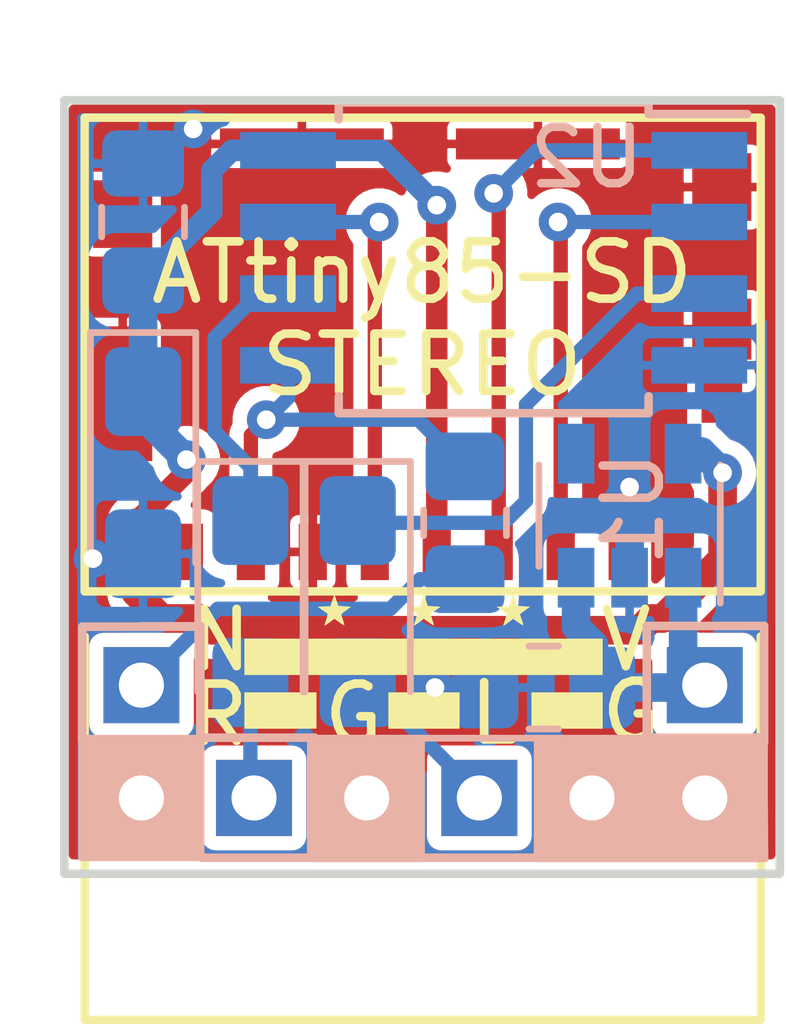
<source format=kicad_pcb>
(kicad_pcb (version 20171130) (host pcbnew 5.1.9+dfsg1-1~bpo10+1)

  (general
    (thickness 1.6)
    (drawings 25)
    (tracks 86)
    (zones 0)
    (modules 13)
    (nets 17)
  )

  (page USLetter)
  (title_block
    (title "ATtiny85 SD Audio Player Stereo")
    (date 2021-03-31)
    (rev 0)
  )

  (layers
    (0 F.Cu signal)
    (31 B.Cu signal hide)
    (34 B.Paste user hide)
    (35 F.Paste user hide)
    (36 B.SilkS user)
    (37 F.SilkS user)
    (38 B.Mask user hide)
    (39 F.Mask user hide)
    (40 Dwgs.User user hide)
    (44 Edge.Cuts user)
    (45 Margin user hide)
    (46 B.CrtYd user hide)
    (47 F.CrtYd user hide)
    (48 B.Fab user hide)
    (49 F.Fab user hide)
  )

  (setup
    (last_trace_width 0.254)
    (user_trace_width 0.1524)
    (user_trace_width 0.381)
    (user_trace_width 0.508)
    (user_trace_width 0.635)
    (user_trace_width 0.762)
    (user_trace_width 1.27)
    (user_trace_width 2.032)
    (trace_clearance 0.254)
    (zone_clearance 0.00254)
    (zone_45_only no)
    (trace_min 0.14986)
    (via_size 0.6858)
    (via_drill 0.3302)
    (via_min_size 0.6858)
    (via_min_drill 0.3302)
    (user_via 0.6858 0.3302)
    (user_via 0.762 0.381)
    (user_via 1.016 0.508)
    (user_via 1.27 0.635)
    (uvia_size 0.6858)
    (uvia_drill 0.3302)
    (uvias_allowed no)
    (uvia_min_size 0)
    (uvia_min_drill 0)
    (edge_width 0.1524)
    (segment_width 0.1524)
    (pcb_text_width 0.1524)
    (pcb_text_size 1.016 1.016)
    (mod_edge_width 0.1524)
    (mod_text_size 1.016 1.016)
    (mod_text_width 0.1524)
    (pad_size 1.35 1.35)
    (pad_drill 0.8)
    (pad_to_mask_clearance 0.0508)
    (solder_mask_min_width 0.1016)
    (pad_to_paste_clearance -0.0508)
    (aux_axis_origin 0 0)
    (visible_elements FFFFDF7D)
    (pcbplotparams
      (layerselection 0x310fc_80000001)
      (usegerberextensions true)
      (usegerberattributes false)
      (usegerberadvancedattributes false)
      (creategerberjobfile false)
      (excludeedgelayer true)
      (linewidth 0.100000)
      (plotframeref false)
      (viasonmask false)
      (mode 1)
      (useauxorigin false)
      (hpglpennumber 1)
      (hpglpenspeed 20)
      (hpglpendiameter 15.000000)
      (psnegative false)
      (psa4output false)
      (plotreference true)
      (plotvalue true)
      (plotinvisibletext false)
      (padsonsilk false)
      (subtractmaskfromsilk false)
      (outputformat 1)
      (mirror false)
      (drillshape 0)
      (scaleselection 1)
      (outputdirectory "gerbers"))
  )

  (net 0 "")
  (net 1 GND)
  (net 2 VBUS)
  (net 3 VCC)
  (net 4 /RIGHT)
  (net 5 "Net-(C4-Pad1)")
  (net 6 "Net-(C5-Pad1)")
  (net 7 /LEFT)
  (net 8 /CS)
  (net 9 /MOSI)
  (net 10 /SCLK)
  (net 11 /MISO)
  (net 12 /NEXT)
  (net 13 "Net-(J1-Pad1)")
  (net 14 "Net-(J1-Pad9)")
  (net 15 "Net-(J1-Pad8)")
  (net 16 "Net-(U1-Pad4)")

  (net_class Default "This is the default net class."
    (clearance 0.254)
    (trace_width 0.254)
    (via_dia 0.6858)
    (via_drill 0.3302)
    (uvia_dia 0.6858)
    (uvia_drill 0.3302)
    (add_net /CS)
    (add_net /LEFT)
    (add_net /MISO)
    (add_net /MOSI)
    (add_net /NEXT)
    (add_net /RIGHT)
    (add_net /SCLK)
    (add_net GND)
    (add_net "Net-(C4-Pad1)")
    (add_net "Net-(C5-Pad1)")
    (add_net "Net-(J1-Pad1)")
    (add_net "Net-(J1-Pad8)")
    (add_net "Net-(J1-Pad9)")
    (add_net "Net-(U1-Pad4)")
    (add_net VBUS)
    (add_net VCC)
  )

  (module Package_TO_SOT_SMD:SOT-23-5 (layer B.Cu) (tedit 5A02FF57) (tstamp 602C67E4)
    (at 134.366 91.694 90)
    (descr "5-pin SOT23 package")
    (tags SOT-23-5)
    (path /602B6438)
    (attr smd)
    (fp_text reference U1 (at 0.127 0.0635 90) (layer B.SilkS)
      (effects (font (size 1 1) (thickness 0.15)) (justify mirror))
    )
    (fp_text value AP2112K-3.3 (at 0 -2.9 90) (layer B.Fab)
      (effects (font (size 1 1) (thickness 0.15)) (justify mirror))
    )
    (fp_line (start -0.9 -1.61) (end 0.9 -1.61) (layer B.SilkS) (width 0.12))
    (fp_line (start 0.9 1.61) (end -1.55 1.61) (layer B.SilkS) (width 0.12))
    (fp_line (start -1.9 1.8) (end 1.9 1.8) (layer B.CrtYd) (width 0.05))
    (fp_line (start 1.9 1.8) (end 1.9 -1.8) (layer B.CrtYd) (width 0.05))
    (fp_line (start 1.9 -1.8) (end -1.9 -1.8) (layer B.CrtYd) (width 0.05))
    (fp_line (start -1.9 -1.8) (end -1.9 1.8) (layer B.CrtYd) (width 0.05))
    (fp_line (start -0.9 0.9) (end -0.25 1.55) (layer B.Fab) (width 0.1))
    (fp_line (start 0.9 1.55) (end -0.25 1.55) (layer B.Fab) (width 0.1))
    (fp_line (start -0.9 0.9) (end -0.9 -1.55) (layer B.Fab) (width 0.1))
    (fp_line (start 0.9 -1.55) (end -0.9 -1.55) (layer B.Fab) (width 0.1))
    (fp_line (start 0.9 1.55) (end 0.9 -1.55) (layer B.Fab) (width 0.1))
    (fp_text user %R (at 0 0 180) (layer B.Fab)
      (effects (font (size 0.5 0.5) (thickness 0.075)) (justify mirror))
    )
    (pad 5 smd rect (at 1.1 0.95 90) (size 1.06 0.65) (layers B.Cu B.Paste B.Mask)
      (net 3 VCC))
    (pad 4 smd rect (at 1.1 -0.95 90) (size 1.06 0.65) (layers B.Cu B.Paste B.Mask)
      (net 16 "Net-(U1-Pad4)"))
    (pad 3 smd rect (at -1.1 -0.95 90) (size 1.06 0.65) (layers B.Cu B.Paste B.Mask)
      (net 2 VBUS))
    (pad 2 smd rect (at -1.1 0 90) (size 1.06 0.65) (layers B.Cu B.Paste B.Mask)
      (net 1 GND))
    (pad 1 smd rect (at -1.1 0.95 90) (size 1.06 0.65) (layers B.Cu B.Paste B.Mask)
      (net 2 VBUS))
    (model ${KISYS3DMOD}/Package_TO_SOT_SMD.3dshapes/SOT-23-5.wrl
      (at (xyz 0 0 0))
      (scale (xyz 1 1 1))
      (rotate (xyz 0 0 0))
    )
  )

  (module Capacitor_SMD:C_0805_2012Metric_Pad1.18x1.45mm_HandSolder (layer B.Cu) (tedit 5FF64068) (tstamp 601472ED)
    (at 132.842 94.742 180)
    (descr "Capacitor SMD 0805 (2012 Metric), square (rectangular) end terminal, IPC_7351 nominal with elongated pad for handsoldering. (Body size source: IPC-SM-782 page 76, https://www.pcb-3d.com/wordpress/wp-content/uploads/ipc-sm-782a_amendment_1_and_2.pdf, https://docs.google.com/spreadsheets/d/1BsfQQcO9C6DZCsRaXUlFlo91Tg2WpOkGARC1WS5S8t0/edit?usp=sharing), generated with kicad-footprint-generator")
    (tags "capacitor handsolder")
    (path /5FF6755D)
    (attr smd)
    (fp_text reference C1 (at -0.127 0 270) (layer B.SilkS) hide
      (effects (font (size 1 1) (thickness 0.15)) (justify mirror))
    )
    (fp_text value 100nF (at 0 -1.68 180) (layer B.Fab)
      (effects (font (size 1 1) (thickness 0.15)) (justify mirror))
    )
    (fp_line (start -1 -0.625) (end -1 0.625) (layer B.Fab) (width 0.1))
    (fp_line (start -1 0.625) (end 1 0.625) (layer B.Fab) (width 0.1))
    (fp_line (start 1 0.625) (end 1 -0.625) (layer B.Fab) (width 0.1))
    (fp_line (start 1 -0.625) (end -1 -0.625) (layer B.Fab) (width 0.1))
    (fp_line (start -0.261252 0.735) (end 0.261252 0.735) (layer B.SilkS) (width 0.12))
    (fp_line (start -0.261252 -0.735) (end 0.261252 -0.735) (layer B.SilkS) (width 0.12))
    (fp_line (start -1.88 -0.98) (end -1.88 0.98) (layer B.CrtYd) (width 0.05))
    (fp_line (start -1.88 0.98) (end 1.88 0.98) (layer B.CrtYd) (width 0.05))
    (fp_line (start 1.88 0.98) (end 1.88 -0.98) (layer B.CrtYd) (width 0.05))
    (fp_line (start 1.88 -0.98) (end -1.88 -0.98) (layer B.CrtYd) (width 0.05))
    (fp_text user %R (at 0 0 180) (layer B.Fab)
      (effects (font (size 0.5 0.5) (thickness 0.08)) (justify mirror))
    )
    (pad 2 smd roundrect (at 1.0375 0 180) (size 1.175 1.45) (layers B.Cu B.Paste B.Mask) (roundrect_rratio 0.212766)
      (net 1 GND))
    (pad 1 smd roundrect (at -1.0375 0 180) (size 1.175 1.45) (layers B.Cu B.Paste B.Mask) (roundrect_rratio 0.212766)
      (net 2 VBUS))
    (model ${KISYS3DMOD}/Capacitor_SMD.3dshapes/C_0805_2012Metric.wrl
      (at (xyz 0 0 0))
      (scale (xyz 1 1 1))
      (rotate (xyz 0 0 0))
    )
  )

  (module Capacitor_Tantalum_SMD:CP_EIA-3216-10_Kemet-I_Pad1.58x1.35mm_HandSolder (layer B.Cu) (tedit 5FF6407A) (tstamp 60147300)
    (at 125.73 90.932 270)
    (descr "Tantalum Capacitor SMD Kemet-I (3216-10 Metric), IPC_7351 nominal, (Body size from: http://www.kemet.com/Lists/ProductCatalog/Attachments/253/KEM_TC101_STD.pdf), generated with kicad-footprint-generator")
    (tags "capacitor tantalum")
    (path /5FF5F73A)
    (attr smd)
    (fp_text reference C2 (at 0 0) (layer B.SilkS) hide
      (effects (font (size 1 1) (thickness 0.15)) (justify mirror))
    )
    (fp_text value 100uF (at 0 -1.75 270) (layer B.Fab)
      (effects (font (size 1 1) (thickness 0.15)) (justify mirror))
    )
    (fp_line (start 2.48 -1.05) (end -2.48 -1.05) (layer B.CrtYd) (width 0.05))
    (fp_line (start 2.48 1.05) (end 2.48 -1.05) (layer B.CrtYd) (width 0.05))
    (fp_line (start -2.48 1.05) (end 2.48 1.05) (layer B.CrtYd) (width 0.05))
    (fp_line (start -2.48 -1.05) (end -2.48 1.05) (layer B.CrtYd) (width 0.05))
    (fp_line (start -2.485 -0.935) (end 1.6 -0.935) (layer B.SilkS) (width 0.12))
    (fp_line (start -2.485 0.935) (end -2.485 -0.935) (layer B.SilkS) (width 0.12))
    (fp_line (start 1.6 0.935) (end -2.485 0.935) (layer B.SilkS) (width 0.12))
    (fp_line (start 1.6 -0.8) (end 1.6 0.8) (layer B.Fab) (width 0.1))
    (fp_line (start -1.6 -0.8) (end 1.6 -0.8) (layer B.Fab) (width 0.1))
    (fp_line (start -1.6 0.4) (end -1.6 -0.8) (layer B.Fab) (width 0.1))
    (fp_line (start -1.2 0.8) (end -1.6 0.4) (layer B.Fab) (width 0.1))
    (fp_line (start 1.6 0.8) (end -1.2 0.8) (layer B.Fab) (width 0.1))
    (fp_text user %R (at 0 0 270) (layer B.Fab)
      (effects (font (size 0.8 0.8) (thickness 0.12)) (justify mirror))
    )
    (pad 1 smd roundrect (at -1.4375 0 270) (size 1.575 1.35) (layers B.Cu B.Paste B.Mask) (roundrect_rratio 0.185185)
      (net 3 VCC))
    (pad 2 smd roundrect (at 1.4375 0 270) (size 1.575 1.35) (layers B.Cu B.Paste B.Mask) (roundrect_rratio 0.185185)
      (net 1 GND))
    (model ${KISYS3DMOD}/Capacitor_Tantalum_SMD.3dshapes/CP_EIA-3216-10_Kemet-I.wrl
      (at (xyz 0 0 0))
      (scale (xyz 1 1 1))
      (rotate (xyz 0 0 0))
    )
  )

  (module Capacitor_SMD:C_0805_2012Metric_Pad1.18x1.45mm_HandSolder (layer B.Cu) (tedit 5FF64085) (tstamp 60147311)
    (at 125.73 86.487 90)
    (descr "Capacitor SMD 0805 (2012 Metric), square (rectangular) end terminal, IPC_7351 nominal with elongated pad for handsoldering. (Body size source: IPC-SM-782 page 76, https://www.pcb-3d.com/wordpress/wp-content/uploads/ipc-sm-782a_amendment_1_and_2.pdf, https://docs.google.com/spreadsheets/d/1BsfQQcO9C6DZCsRaXUlFlo91Tg2WpOkGARC1WS5S8t0/edit?usp=sharing), generated with kicad-footprint-generator")
    (tags "capacitor handsolder")
    (path /5FF5F636)
    (attr smd)
    (fp_text reference C3 (at 0 0.127 180) (layer B.SilkS) hide
      (effects (font (size 1 1) (thickness 0.15)) (justify mirror))
    )
    (fp_text value 100nF (at 0 -1.68 90) (layer B.Fab)
      (effects (font (size 1 1) (thickness 0.15)) (justify mirror))
    )
    (fp_line (start 1.88 -0.98) (end -1.88 -0.98) (layer B.CrtYd) (width 0.05))
    (fp_line (start 1.88 0.98) (end 1.88 -0.98) (layer B.CrtYd) (width 0.05))
    (fp_line (start -1.88 0.98) (end 1.88 0.98) (layer B.CrtYd) (width 0.05))
    (fp_line (start -1.88 -0.98) (end -1.88 0.98) (layer B.CrtYd) (width 0.05))
    (fp_line (start -0.261252 -0.735) (end 0.261252 -0.735) (layer B.SilkS) (width 0.12))
    (fp_line (start -0.261252 0.735) (end 0.261252 0.735) (layer B.SilkS) (width 0.12))
    (fp_line (start 1 -0.625) (end -1 -0.625) (layer B.Fab) (width 0.1))
    (fp_line (start 1 0.625) (end 1 -0.625) (layer B.Fab) (width 0.1))
    (fp_line (start -1 0.625) (end 1 0.625) (layer B.Fab) (width 0.1))
    (fp_line (start -1 -0.625) (end -1 0.625) (layer B.Fab) (width 0.1))
    (fp_text user %R (at 0 0 90) (layer B.Fab)
      (effects (font (size 0.5 0.5) (thickness 0.08)) (justify mirror))
    )
    (pad 1 smd roundrect (at -1.0375 0 90) (size 1.175 1.45) (layers B.Cu B.Paste B.Mask) (roundrect_rratio 0.212766)
      (net 3 VCC))
    (pad 2 smd roundrect (at 1.0375 0 90) (size 1.175 1.45) (layers B.Cu B.Paste B.Mask) (roundrect_rratio 0.212766)
      (net 1 GND))
    (model ${KISYS3DMOD}/Capacitor_SMD.3dshapes/C_0805_2012Metric.wrl
      (at (xyz 0 0 0))
      (scale (xyz 1 1 1))
      (rotate (xyz 0 0 0))
    )
  )

  (module Capacitor_Tantalum_SMD:CP_EIA-3216-10_Kemet-I_Pad1.58x1.35mm_HandSolder (layer B.Cu) (tedit 5FF6406D) (tstamp 601478B3)
    (at 127.635 93.218 270)
    (descr "Tantalum Capacitor SMD Kemet-I (3216-10 Metric), IPC_7351 nominal, (Body size from: http://www.kemet.com/Lists/ProductCatalog/Attachments/253/KEM_TC101_STD.pdf), generated with kicad-footprint-generator")
    (tags "capacitor tantalum")
    (path /5FF5F207)
    (attr smd)
    (fp_text reference C4 (at 0 0) (layer B.SilkS) hide
      (effects (font (size 1 1) (thickness 0.15)) (justify mirror))
    )
    (fp_text value 100uF (at 0 -1.75 270) (layer B.Fab)
      (effects (font (size 1 1) (thickness 0.15)) (justify mirror))
    )
    (fp_line (start 1.6 0.8) (end -1.2 0.8) (layer B.Fab) (width 0.1))
    (fp_line (start -1.2 0.8) (end -1.6 0.4) (layer B.Fab) (width 0.1))
    (fp_line (start -1.6 0.4) (end -1.6 -0.8) (layer B.Fab) (width 0.1))
    (fp_line (start -1.6 -0.8) (end 1.6 -0.8) (layer B.Fab) (width 0.1))
    (fp_line (start 1.6 -0.8) (end 1.6 0.8) (layer B.Fab) (width 0.1))
    (fp_line (start 1.6 0.935) (end -2.485 0.935) (layer B.SilkS) (width 0.12))
    (fp_line (start -2.485 0.935) (end -2.485 -0.935) (layer B.SilkS) (width 0.12))
    (fp_line (start -2.485 -0.935) (end 1.6 -0.935) (layer B.SilkS) (width 0.12))
    (fp_line (start -2.48 -1.05) (end -2.48 1.05) (layer B.CrtYd) (width 0.05))
    (fp_line (start -2.48 1.05) (end 2.48 1.05) (layer B.CrtYd) (width 0.05))
    (fp_line (start 2.48 1.05) (end 2.48 -1.05) (layer B.CrtYd) (width 0.05))
    (fp_line (start 2.48 -1.05) (end -2.48 -1.05) (layer B.CrtYd) (width 0.05))
    (fp_text user %R (at 0.127 0 270) (layer B.Fab)
      (effects (font (size 0.8 0.8) (thickness 0.12)) (justify mirror))
    )
    (pad 2 smd roundrect (at 1.4375 0 270) (size 1.575 1.35) (layers B.Cu B.Paste B.Mask) (roundrect_rratio 0.185185)
      (net 4 /RIGHT))
    (pad 1 smd roundrect (at -1.4375 0 270) (size 1.575 1.35) (layers B.Cu B.Paste B.Mask) (roundrect_rratio 0.185185)
      (net 5 "Net-(C4-Pad1)"))
    (model ${KISYS3DMOD}/Capacitor_Tantalum_SMD.3dshapes/CP_EIA-3216-10_Kemet-I.wrl
      (at (xyz 0 0 0))
      (scale (xyz 1 1 1))
      (rotate (xyz 0 0 0))
    )
  )

  (module Capacitor_Tantalum_SMD:CP_EIA-3216-10_Kemet-I_Pad1.58x1.35mm_HandSolder (layer B.Cu) (tedit 5EBA9318) (tstamp 60147337)
    (at 129.54 93.218 270)
    (descr "Tantalum Capacitor SMD Kemet-I (3216-10 Metric), IPC_7351 nominal, (Body size from: http://www.kemet.com/Lists/ProductCatalog/Attachments/253/KEM_TC101_STD.pdf), generated with kicad-footprint-generator")
    (tags "capacitor tantalum")
    (path /5FF5F183)
    (attr smd)
    (fp_text reference C5 (at 0 0 180) (layer B.SilkS) hide
      (effects (font (size 1 1) (thickness 0.15)) (justify mirror))
    )
    (fp_text value 100uF (at 0 -1.75 270) (layer B.Fab)
      (effects (font (size 1 1) (thickness 0.15)) (justify mirror))
    )
    (fp_line (start 2.48 -1.05) (end -2.48 -1.05) (layer B.CrtYd) (width 0.05))
    (fp_line (start 2.48 1.05) (end 2.48 -1.05) (layer B.CrtYd) (width 0.05))
    (fp_line (start -2.48 1.05) (end 2.48 1.05) (layer B.CrtYd) (width 0.05))
    (fp_line (start -2.48 -1.05) (end -2.48 1.05) (layer B.CrtYd) (width 0.05))
    (fp_line (start -2.485 -0.935) (end 1.6 -0.935) (layer B.SilkS) (width 0.12))
    (fp_line (start -2.485 0.935) (end -2.485 -0.935) (layer B.SilkS) (width 0.12))
    (fp_line (start 1.6 0.935) (end -2.485 0.935) (layer B.SilkS) (width 0.12))
    (fp_line (start 1.6 -0.8) (end 1.6 0.8) (layer B.Fab) (width 0.1))
    (fp_line (start -1.6 -0.8) (end 1.6 -0.8) (layer B.Fab) (width 0.1))
    (fp_line (start -1.6 0.4) (end -1.6 -0.8) (layer B.Fab) (width 0.1))
    (fp_line (start -1.2 0.8) (end -1.6 0.4) (layer B.Fab) (width 0.1))
    (fp_line (start 1.6 0.8) (end -1.2 0.8) (layer B.Fab) (width 0.1))
    (fp_text user %R (at 0 0 270) (layer B.Fab)
      (effects (font (size 0.8 0.8) (thickness 0.12)) (justify mirror))
    )
    (pad 1 smd roundrect (at -1.4375 0 270) (size 1.575 1.35) (layers B.Cu B.Paste B.Mask) (roundrect_rratio 0.185185)
      (net 6 "Net-(C5-Pad1)"))
    (pad 2 smd roundrect (at 1.4375 0 270) (size 1.575 1.35) (layers B.Cu B.Paste B.Mask) (roundrect_rratio 0.185185)
      (net 7 /LEFT))
    (model ${KISYS3DMOD}/Capacitor_Tantalum_SMD.3dshapes/CP_EIA-3216-10_Kemet-I.wrl
      (at (xyz 0 0 0))
      (scale (xyz 1 1 1))
      (rotate (xyz 0 0 0))
    )
  )

  (module User_PCB_Libraries:Molex_1051620001_KiCad (layer F.Cu) (tedit 5FF64046) (tstamp 60147357)
    (at 134.493 92.837)
    (path /5FF6D7B5)
    (fp_text reference J1 (at -0.127 -1.651) (layer F.SilkS) hide
      (effects (font (size 1 1) (thickness 0.15)))
    )
    (fp_text value Micro_SD_Card_Det (at -3.8 12.8) (layer F.Fab)
      (effects (font (size 1 1) (thickness 0.15)))
    )
    (fp_poly (pts (xy -8.4 -2.4) (xy -8.4 -6.2) (xy 0.2 -6.2) (xy 0.2 -2.4)) (layer Dwgs.User) (width 0.05))
    (fp_line (start 2.2 7.8) (end -9.8 7.8) (layer F.SilkS) (width 0.15))
    (fp_line (start -9.8 1) (end -9.8 7.8) (layer F.SilkS) (width 0.15))
    (fp_line (start 2.2 1) (end 2.2 7.8) (layer F.SilkS) (width 0.15))
    (fp_line (start 2.2 -8.2) (end 2.2 0.2) (layer F.SilkS) (width 0.15))
    (fp_line (start -9.8 -8.2) (end 2.2 -8.2) (layer F.SilkS) (width 0.15))
    (fp_line (start -9.8 0.2) (end -9.8 -8.2) (layer F.SilkS) (width 0.15))
    (fp_line (start 2.2 0.2) (end -9.8 0.2) (layer F.SilkS) (width 0.15))
    (fp_line (start -9.45 -0.2) (end 1.85 -0.2) (layer F.CrtYd) (width 0.05))
    (fp_line (start -9.45 -7.8) (end -9.45 -0.2) (layer F.CrtYd) (width 0.05))
    (fp_line (start 1.85 -7.8) (end -9.45 -7.8) (layer F.CrtYd) (width 0.05))
    (fp_line (start 1.85 -0.2) (end 1.85 -7.8) (layer F.CrtYd) (width 0.05))
    (fp_text user KEEPOUT (at -4 -6.6) (layer Dwgs.User)
      (effects (font (size 0.5 0.5) (thickness 0.075)))
    )
    (pad 1 smd rect (at -0.25 -0.5) (size 0.5 1) (layers F.Cu F.Paste F.Mask)
      (net 13 "Net-(J1-Pad1)") (solder_mask_margin 0.1016))
    (pad 9 smd rect (at 1.51 -3.18) (size 0.72 0.78) (layers F.Cu F.Paste F.Mask)
      (net 14 "Net-(J1-Pad9)") (solder_mask_margin 0.1016))
    (pad 2 smd rect (at -1.35 -0.5) (size 0.5 1) (layers F.Cu F.Paste F.Mask)
      (net 8 /CS) (solder_mask_margin 0.1016))
    (pad 3 smd rect (at -2.45 -0.5) (size 0.5 1) (layers F.Cu F.Paste F.Mask)
      (net 9 /MOSI) (solder_mask_margin 0.1016))
    (pad 4 smd rect (at -3.55 -0.5) (size 0.5 1) (layers F.Cu F.Paste F.Mask)
      (net 3 VCC) (solder_mask_margin 0.1016))
    (pad 5 smd rect (at -4.65 -0.5) (size 0.5 1) (layers F.Cu F.Paste F.Mask)
      (net 10 /SCLK) (solder_mask_margin 0.1016))
    (pad 6 smd rect (at -5.75 -0.5) (size 0.5 1) (layers F.Cu F.Paste F.Mask)
      (net 1 GND) (solder_mask_margin 0.1016))
    (pad 7 smd rect (at -6.85 -0.5) (size 0.5 1) (layers F.Cu F.Paste F.Mask)
      (net 11 /MISO) (solder_mask_margin 0.1016))
    (pad 8 smd rect (at -7.95 -0.5) (size 0.5 1) (layers F.Cu F.Paste F.Mask)
      (net 15 "Net-(J1-Pad8)") (solder_mask_margin 0.1016))
    (pad 10 smd rect (at 1.51 -4.45) (size 1.05 1.08) (layers F.Cu F.Paste F.Mask)
      (net 1 GND) (solder_mask_margin 0.1016))
    (pad 10 smd rect (at 1.51 -6.97) (size 1.05 1.2) (layers F.Cu F.Paste F.Mask)
      (net 1 GND) (solder_mask_margin 0.1016))
    (pad 10 smd rect (at -9.125 -6.49) (size 1.05 1.2) (layers F.Cu F.Paste F.Mask)
      (net 1 GND) (solder_mask_margin 0.1016))
    (pad 10 smd rect (at -9.125 -3.305) (size 1.05 2.39) (layers F.Cu F.Paste F.Mask)
      (net 1 GND) (solder_mask_margin 0.1016))
    (pad 11 smd rect (at -1.755 -7.735) (size 2.91 0.55) (layers F.Cu F.Paste F.Mask)
      (net 1 GND) (solder_mask_margin 0.1016))
    (pad 11 smd rect (at -5.945 -7.735) (size 2.91 0.55) (layers F.Cu F.Paste F.Mask)
      (net 1 GND) (solder_mask_margin 0.1016))
    (model /home/user/kicad/libraries/User_3Dshapes/1051620001.step
      (offset (xyz -3.8 4.6 0.25))
      (scale (xyz 1 1 1))
      (rotate (xyz -90 0 0))
    )
    (model "/home/user/kicad/libraries/User_3Dshapes/User Library-Micro SD Card.step"
      (offset (xyz 2.108199968338013 -7.49299988746643 1.295399980545044))
      (scale (xyz 1 1 1))
      (rotate (xyz -90 180 0))
    )
  )

  (module Connector_PinHeader_2.00mm:PinHeader_1x02_P2.00mm_Vertical (layer B.Cu) (tedit 5FF64333) (tstamp 6014736D)
    (at 135.7 94.7 180)
    (descr "Through hole straight pin header, 1x02, 2.00mm pitch, single row")
    (tags "Through hole pin header THT 1x02 2.00mm single row")
    (path /5FF629A0)
    (fp_text reference J2 (at -1.968 -0.042 270) (layer B.SilkS) hide
      (effects (font (size 1 1) (thickness 0.15)) (justify mirror))
    )
    (fp_text value Conn_01x02_Male (at 0 -4.06 180) (layer B.Fab)
      (effects (font (size 1 1) (thickness 0.15)) (justify mirror))
    )
    (fp_line (start -0.5 1) (end 1 1) (layer B.Fab) (width 0.1))
    (fp_line (start 1 1) (end 1 -3) (layer B.Fab) (width 0.1))
    (fp_line (start 1 -3) (end -1 -3) (layer B.Fab) (width 0.1))
    (fp_line (start -1 -3) (end -1 0.5) (layer B.Fab) (width 0.1))
    (fp_line (start -1 0.5) (end -0.5 1) (layer B.Fab) (width 0.1))
    (fp_line (start -1.06 -3.06) (end 1.06 -3.06) (layer B.SilkS) (width 0.12))
    (fp_line (start -1.06 -1) (end -1.06 -3.06) (layer B.SilkS) (width 0.12))
    (fp_line (start 1.06 -1) (end 1.06 -3.06) (layer B.SilkS) (width 0.12))
    (fp_line (start -1.06 -1) (end 1.06 -1) (layer B.SilkS) (width 0.12))
    (fp_line (start -1.06 0) (end -1.06 1.06) (layer B.SilkS) (width 0.12))
    (fp_line (start -1.06 1.06) (end 0 1.06) (layer B.SilkS) (width 0.12))
    (fp_line (start -1.5 1.5) (end -1.5 -3.5) (layer B.CrtYd) (width 0.05))
    (fp_line (start -1.5 -3.5) (end 1.5 -3.5) (layer B.CrtYd) (width 0.05))
    (fp_line (start 1.5 -3.5) (end 1.5 1.5) (layer B.CrtYd) (width 0.05))
    (fp_line (start 1.5 1.5) (end -1.5 1.5) (layer B.CrtYd) (width 0.05))
    (fp_text user %R (at 0 -1 90) (layer B.Fab)
      (effects (font (size 1 1) (thickness 0.15)) (justify mirror))
    )
    (pad 2 thru_hole rect (at 0 -2 180) (size 1.35 1.35) (drill 0.8) (layers *.Cu *.Mask)
      (net 1 GND))
    (pad 1 thru_hole rect (at 0 0 180) (size 1.35 1.35) (drill 0.8) (layers *.Cu *.Mask)
      (net 2 VBUS))
  )

  (module Connector_PinHeader_2.00mm:PinHeader_1x02_P2.00mm_Vertical (layer B.Cu) (tedit 5FF64349) (tstamp 60147383)
    (at 125.7 94.7 180)
    (descr "Through hole straight pin header, 1x02, 2.00mm pitch, single row")
    (tags "Through hole pin header THT 1x02 2.00mm single row")
    (path /5FF6101B)
    (fp_text reference J3 (at 2.129 -0.042 180) (layer B.SilkS) hide
      (effects (font (size 1 1) (thickness 0.15)) (justify mirror))
    )
    (fp_text value Conn_01x02_Male (at 0 -4.06 180) (layer B.Fab)
      (effects (font (size 1 1) (thickness 0.15)) (justify mirror))
    )
    (fp_line (start 1.5 1.5) (end -1.5 1.5) (layer B.CrtYd) (width 0.05))
    (fp_line (start 1.5 -3.5) (end 1.5 1.5) (layer B.CrtYd) (width 0.05))
    (fp_line (start -1.5 -3.5) (end 1.5 -3.5) (layer B.CrtYd) (width 0.05))
    (fp_line (start -1.5 1.5) (end -1.5 -3.5) (layer B.CrtYd) (width 0.05))
    (fp_line (start -1.06 1.06) (end 0 1.06) (layer B.SilkS) (width 0.12))
    (fp_line (start -1.06 0) (end -1.06 1.06) (layer B.SilkS) (width 0.12))
    (fp_line (start -1.06 -1) (end 1.06 -1) (layer B.SilkS) (width 0.12))
    (fp_line (start 1.06 -1) (end 1.06 -3.06) (layer B.SilkS) (width 0.12))
    (fp_line (start -1.06 -1) (end -1.06 -3.06) (layer B.SilkS) (width 0.12))
    (fp_line (start -1.06 -3.06) (end 1.06 -3.06) (layer B.SilkS) (width 0.12))
    (fp_line (start -1 0.5) (end -0.5 1) (layer B.Fab) (width 0.1))
    (fp_line (start -1 -3) (end -1 0.5) (layer B.Fab) (width 0.1))
    (fp_line (start 1 -3) (end -1 -3) (layer B.Fab) (width 0.1))
    (fp_line (start 1 1) (end 1 -3) (layer B.Fab) (width 0.1))
    (fp_line (start -0.5 1) (end 1 1) (layer B.Fab) (width 0.1))
    (fp_text user %R (at 0 -1 90) (layer B.Fab)
      (effects (font (size 1 1) (thickness 0.15)) (justify mirror))
    )
    (pad 1 thru_hole rect (at 0 0 180) (size 1.35 1.35) (drill 0.8) (layers *.Cu *.Mask)
      (net 12 /NEXT))
    (pad 2 thru_hole rect (at 0 -2 180) (size 1.35 1.35) (drill 0.8) (layers *.Cu *.Mask)
      (net 1 GND))
  )

  (module Connector_PinHeader_2.00mm:PinHeader_1x04_P2.00mm_Vertical (layer B.Cu) (tedit 5FF64344) (tstamp 6014739B)
    (at 127.699 96.7 270)
    (descr "Through hole straight pin header, 1x04, 2.00mm pitch, single row")
    (tags "Through hole pin header THT 1x04 2.00mm single row")
    (path /5FF60515)
    (fp_text reference J4 (at 1.979 -0.063) (layer B.SilkS) hide
      (effects (font (size 1 1) (thickness 0.15)) (justify mirror))
    )
    (fp_text value Conn_01x04_Male (at 0 -8.06 270) (layer B.Fab)
      (effects (font (size 1 1) (thickness 0.15)) (justify mirror))
    )
    (fp_line (start 1.5 1.5) (end -1.5 1.5) (layer B.CrtYd) (width 0.05))
    (fp_line (start 1.5 -7.5) (end 1.5 1.5) (layer B.CrtYd) (width 0.05))
    (fp_line (start -1.5 -7.5) (end 1.5 -7.5) (layer B.CrtYd) (width 0.05))
    (fp_line (start -1.5 1.5) (end -1.5 -7.5) (layer B.CrtYd) (width 0.05))
    (fp_line (start -1.06 1.06) (end 0 1.06) (layer B.SilkS) (width 0.12))
    (fp_line (start -1.06 0) (end -1.06 1.06) (layer B.SilkS) (width 0.12))
    (fp_line (start -1.06 -1) (end 1.06 -1) (layer B.SilkS) (width 0.12))
    (fp_line (start 1.06 -1) (end 1.06 -7.06) (layer B.SilkS) (width 0.12))
    (fp_line (start -1.06 -1) (end -1.06 -7.06) (layer B.SilkS) (width 0.12))
    (fp_line (start -1.06 -7.06) (end 1.06 -7.06) (layer B.SilkS) (width 0.12))
    (fp_line (start -1 0.5) (end -0.5 1) (layer B.Fab) (width 0.1))
    (fp_line (start -1 -7) (end -1 0.5) (layer B.Fab) (width 0.1))
    (fp_line (start 1 -7) (end -1 -7) (layer B.Fab) (width 0.1))
    (fp_line (start 1 1) (end 1 -7) (layer B.Fab) (width 0.1))
    (fp_line (start -0.5 1) (end 1 1) (layer B.Fab) (width 0.1))
    (fp_text user %R (at 0 -3 180) (layer B.Fab)
      (effects (font (size 1 1) (thickness 0.15)) (justify mirror))
    )
    (pad 1 thru_hole rect (at 0 0 270) (size 1.35 1.35) (drill 0.8) (layers *.Cu *.Mask)
      (net 4 /RIGHT))
    (pad 2 thru_hole rect (at 0 -2 270) (size 1.35 1.35) (drill 0.8) (layers *.Cu *.Mask)
      (net 1 GND))
    (pad 3 thru_hole rect (at 0 -4 270) (size 1.35 1.35) (drill 0.8) (layers *.Cu *.Mask)
      (net 7 /LEFT))
    (pad 4 thru_hole rect (at 0 -6 270) (size 1.35 1.35) (drill 0.8) (layers *.Cu *.Mask)
      (net 1 GND))
  )

  (module Resistor_SMD:R_0805_2012Metric_Pad1.20x1.40mm_HandSolder (layer B.Cu) (tedit 5FF64098) (tstamp 601473AC)
    (at 131.445 91.821 90)
    (descr "Resistor SMD 0805 (2012 Metric), square (rectangular) end terminal, IPC_7351 nominal with elongated pad for handsoldering. (Body size source: IPC-SM-782 page 72, https://www.pcb-3d.com/wordpress/wp-content/uploads/ipc-sm-782a_amendment_1_and_2.pdf), generated with kicad-footprint-generator")
    (tags "resistor handsolder")
    (path /5FF5F25D)
    (attr smd)
    (fp_text reference R1 (at 0 0 180) (layer B.SilkS) hide
      (effects (font (size 1 1) (thickness 0.15)) (justify mirror))
    )
    (fp_text value 4.7K (at 0 -1.65 90) (layer B.Fab)
      (effects (font (size 1 1) (thickness 0.15)) (justify mirror))
    )
    (fp_line (start 1.85 -0.95) (end -1.85 -0.95) (layer B.CrtYd) (width 0.05))
    (fp_line (start 1.85 0.95) (end 1.85 -0.95) (layer B.CrtYd) (width 0.05))
    (fp_line (start -1.85 0.95) (end 1.85 0.95) (layer B.CrtYd) (width 0.05))
    (fp_line (start -1.85 -0.95) (end -1.85 0.95) (layer B.CrtYd) (width 0.05))
    (fp_line (start -0.227064 -0.735) (end 0.227064 -0.735) (layer B.SilkS) (width 0.12))
    (fp_line (start -0.227064 0.735) (end 0.227064 0.735) (layer B.SilkS) (width 0.12))
    (fp_line (start 1 -0.625) (end -1 -0.625) (layer B.Fab) (width 0.1))
    (fp_line (start 1 0.625) (end 1 -0.625) (layer B.Fab) (width 0.1))
    (fp_line (start -1 0.625) (end 1 0.625) (layer B.Fab) (width 0.1))
    (fp_line (start -1 -0.625) (end -1 0.625) (layer B.Fab) (width 0.1))
    (fp_text user %R (at 0 0 90) (layer B.Fab)
      (effects (font (size 0.5 0.5) (thickness 0.08)) (justify mirror))
    )
    (pad 1 smd roundrect (at -1 0 90) (size 1.2 1.4) (layers B.Cu B.Paste B.Mask) (roundrect_rratio 0.208333)
      (net 12 /NEXT))
    (pad 2 smd roundrect (at 1 0 90) (size 1.2 1.4) (layers B.Cu B.Paste B.Mask) (roundrect_rratio 0.208333)
      (net 11 /MISO))
    (model ${KISYS3DMOD}/Resistor_SMD.3dshapes/R_0805_2012Metric.wrl
      (at (xyz 0 0 0))
      (scale (xyz 1 1 1))
      (rotate (xyz 0 0 0))
    )
  )

  (module Package_SO:SOIC-8W_5.3x5.3mm_P1.27mm (layer B.Cu) (tedit 5A02F2D3) (tstamp 601473E0)
    (at 131.953 87.122 180)
    (descr "8-Lead Plastic Small Outline (SM) - 5.28 mm Body [SOIC] (http://ww1.microchip.com/downloads/en/PackagingSpec/00000049BQ.pdf)")
    (tags "SOIC 1.27")
    (path /5FF73163)
    (attr smd)
    (fp_text reference U2 (at -1.651 1.778 180) (layer B.SilkS)
      (effects (font (size 1 1) (thickness 0.15)) (justify mirror))
    )
    (fp_text value ATtiny85-20SU (at 0 -3.68 180) (layer B.Fab)
      (effects (font (size 1 1) (thickness 0.15)) (justify mirror))
    )
    (fp_line (start -2.75 2.55) (end -4.5 2.55) (layer B.SilkS) (width 0.15))
    (fp_line (start -2.75 -2.755) (end 2.75 -2.755) (layer B.SilkS) (width 0.15))
    (fp_line (start -2.75 2.755) (end 2.75 2.755) (layer B.SilkS) (width 0.15))
    (fp_line (start -2.75 -2.755) (end -2.75 -2.455) (layer B.SilkS) (width 0.15))
    (fp_line (start 2.75 -2.755) (end 2.75 -2.455) (layer B.SilkS) (width 0.15))
    (fp_line (start 2.75 2.755) (end 2.75 2.455) (layer B.SilkS) (width 0.15))
    (fp_line (start -2.75 2.755) (end -2.75 2.55) (layer B.SilkS) (width 0.15))
    (fp_line (start -4.75 -2.95) (end 4.75 -2.95) (layer B.CrtYd) (width 0.05))
    (fp_line (start -4.75 2.95) (end 4.75 2.95) (layer B.CrtYd) (width 0.05))
    (fp_line (start 4.75 2.95) (end 4.75 -2.95) (layer B.CrtYd) (width 0.05))
    (fp_line (start -4.75 2.95) (end -4.75 -2.95) (layer B.CrtYd) (width 0.05))
    (fp_line (start -2.65 1.65) (end -1.65 2.65) (layer B.Fab) (width 0.15))
    (fp_line (start -2.65 -2.65) (end -2.65 1.65) (layer B.Fab) (width 0.15))
    (fp_line (start 2.65 -2.65) (end -2.65 -2.65) (layer B.Fab) (width 0.15))
    (fp_line (start 2.65 2.65) (end 2.65 -2.65) (layer B.Fab) (width 0.15))
    (fp_line (start -1.65 2.65) (end 2.65 2.65) (layer B.Fab) (width 0.15))
    (fp_text user %R (at 0 0 180) (layer B.Fab)
      (effects (font (size 1 1) (thickness 0.15)) (justify mirror))
    )
    (pad 1 smd rect (at -3.65 1.905 180) (size 1.7 0.65) (layers B.Cu B.Paste B.Mask)
      (net 9 /MOSI))
    (pad 2 smd rect (at -3.65 0.635 180) (size 1.7 0.65) (layers B.Cu B.Paste B.Mask)
      (net 8 /CS))
    (pad 3 smd rect (at -3.65 -0.635 180) (size 1.7 0.65) (layers B.Cu B.Paste B.Mask)
      (net 6 "Net-(C5-Pad1)"))
    (pad 4 smd rect (at -3.65 -1.905 180) (size 1.7 0.65) (layers B.Cu B.Paste B.Mask)
      (net 1 GND))
    (pad 5 smd rect (at 3.65 -1.905 180) (size 1.7 0.65) (layers B.Cu B.Paste B.Mask)
      (net 11 /MISO))
    (pad 6 smd rect (at 3.65 -0.635 180) (size 1.7 0.65) (layers B.Cu B.Paste B.Mask)
      (net 5 "Net-(C4-Pad1)"))
    (pad 7 smd rect (at 3.65 0.635 180) (size 1.7 0.65) (layers B.Cu B.Paste B.Mask)
      (net 10 /SCLK))
    (pad 8 smd rect (at 3.65 1.905 180) (size 1.7 0.65) (layers B.Cu B.Paste B.Mask)
      (net 3 VCC))
    (model ${KISYS3DMOD}/Package_SO.3dshapes/SO-8_5.3x6.2mm_P1.27mm.step
      (at (xyz 0 0 0))
      (scale (xyz 1 1 1))
      (rotate (xyz 0 0 0))
    )
  )

  (module User_PCB_Libraries:DCelectronics_logo3 (layer F.Cu) (tedit 0) (tstamp 602297E2)
    (at 130.7084 94.6658)
    (fp_text reference G*** (at 0 0) (layer F.SilkS) hide
      (effects (font (size 1.524 1.524) (thickness 0.3)))
    )
    (fp_text value LOGO (at 0.75 0) (layer F.SilkS) hide
      (effects (font (size 1.524 1.524) (thickness 0.3)))
    )
    (fp_poly (pts (xy -1.905 0.801309) (xy -3.175 0.801309) (xy -3.175 0.166309) (xy -1.905 0.166309)
      (xy -1.905 0.801309)) (layer F.SilkS) (width 0.01))
    (fp_poly (pts (xy 0.635 0.801309) (xy -0.619881 0.801309) (xy -0.619881 0.166309) (xy 0.635 0.166309)
      (xy 0.635 0.801309)) (layer F.SilkS) (width 0.01))
    (fp_poly (pts (xy 3.175 0.801309) (xy 1.920119 0.801309) (xy 1.920119 0.166309) (xy 3.175 0.166309)
      (xy 3.175 0.801309)) (layer F.SilkS) (width 0.01))
    (fp_poly (pts (xy 3.175 -0.151191) (xy -3.175 -0.151191) (xy -3.175 -0.786191) (xy 3.175 -0.786191)
      (xy 3.175 -0.151191)) (layer F.SilkS) (width 0.01))
    (fp_poly (pts (xy -1.517032 -1.368274) (xy -1.406879 -1.360715) (xy -1.296726 -1.353155) (xy -1.381311 -1.292679)
      (xy -1.423596 -1.261271) (xy -1.454033 -1.236423) (xy -1.466206 -1.223381) (xy -1.466222 -1.22323)
      (xy -1.461831 -1.205246) (xy -1.450084 -1.167509) (xy -1.436271 -1.126256) (xy -1.421184 -1.079438)
      (xy -1.412203 -1.045605) (xy -1.411097 -1.03315) (xy -1.424914 -1.038669) (xy -1.456325 -1.058022)
      (xy -1.498614 -1.087063) (xy -1.499888 -1.087974) (xy -1.583576 -1.147902) (xy -1.663864 -1.087999)
      (xy -1.711798 -1.052814) (xy -1.73988 -1.03432) (xy -1.752107 -1.030616) (xy -1.752473 -1.039802)
      (xy -1.75007 -1.046995) (xy -1.723376 -1.124367) (xy -1.706447 -1.184531) (xy -1.700183 -1.223789)
      (xy -1.703596 -1.237755) (xy -1.722693 -1.251127) (xy -1.758006 -1.276) (xy -1.792334 -1.300239)
      (xy -1.867203 -1.353155) (xy -1.758609 -1.357577) (xy -1.650015 -1.361998) (xy -1.616266 -1.46341)
      (xy -1.582518 -1.564822) (xy -1.517032 -1.368274)) (layer F.SilkS) (width 0.01))
    (fp_poly (pts (xy 0.070468 -1.368274) (xy 0.180621 -1.360715) (xy 0.290774 -1.353155) (xy 0.206189 -1.292679)
      (xy 0.163904 -1.261271) (xy 0.133467 -1.236423) (xy 0.121294 -1.223381) (xy 0.121278 -1.22323)
      (xy 0.125669 -1.205246) (xy 0.137416 -1.167509) (xy 0.151229 -1.126256) (xy 0.166316 -1.079438)
      (xy 0.175297 -1.045605) (xy 0.176403 -1.03315) (xy 0.162586 -1.038669) (xy 0.131175 -1.058022)
      (xy 0.088886 -1.087063) (xy 0.087612 -1.087974) (xy 0.003924 -1.147902) (xy -0.076364 -1.087999)
      (xy -0.124298 -1.052814) (xy -0.15238 -1.03432) (xy -0.164607 -1.030616) (xy -0.164973 -1.039802)
      (xy -0.16257 -1.046995) (xy -0.135876 -1.124367) (xy -0.118947 -1.184531) (xy -0.112683 -1.223789)
      (xy -0.116096 -1.237755) (xy -0.135193 -1.251127) (xy -0.170506 -1.276) (xy -0.204834 -1.300239)
      (xy -0.279703 -1.353155) (xy -0.171109 -1.357577) (xy -0.062515 -1.361998) (xy -0.028766 -1.46341)
      (xy 0.004982 -1.564822) (xy 0.070468 -1.368274)) (layer F.SilkS) (width 0.01))
    (fp_poly (pts (xy 1.657968 -1.368274) (xy 1.768121 -1.360715) (xy 1.878274 -1.353155) (xy 1.793689 -1.292679)
      (xy 1.751404 -1.261271) (xy 1.720967 -1.236423) (xy 1.708794 -1.223381) (xy 1.708778 -1.22323)
      (xy 1.713169 -1.205246) (xy 1.724916 -1.167509) (xy 1.738729 -1.126256) (xy 1.753816 -1.079438)
      (xy 1.762797 -1.045605) (xy 1.763903 -1.03315) (xy 1.750086 -1.038669) (xy 1.718675 -1.058022)
      (xy 1.676386 -1.087063) (xy 1.675112 -1.087974) (xy 1.591424 -1.147902) (xy 1.511136 -1.087999)
      (xy 1.463202 -1.052814) (xy 1.43512 -1.03432) (xy 1.422893 -1.030616) (xy 1.422527 -1.039802)
      (xy 1.42493 -1.046995) (xy 1.451624 -1.124367) (xy 1.468553 -1.184531) (xy 1.474817 -1.223789)
      (xy 1.471404 -1.237755) (xy 1.452307 -1.251127) (xy 1.416994 -1.276) (xy 1.382666 -1.300239)
      (xy 1.307797 -1.353155) (xy 1.416391 -1.357577) (xy 1.524985 -1.361998) (xy 1.558734 -1.46341)
      (xy 1.592482 -1.564822) (xy 1.657968 -1.368274)) (layer F.SilkS) (width 0.01))
  )

  (gr_text "ATtiny85-SD\nSTEREO" (at 130.683 88.2015) (layer F.SilkS)
    (effects (font (size 1.016 1.016) (thickness 0.1524)))
  )
  (gr_line (start 126.6444 95.6564) (end 124.6632 95.6564) (layer B.SilkS) (width 0.1524))
  (gr_line (start 134.6708 95.631) (end 136.7282 95.631) (layer B.SilkS) (width 0.1524))
  (gr_line (start 134.6708 93.6498) (end 134.6708 95.631) (layer B.SilkS) (width 0.1524))
  (gr_line (start 136.7536 93.6498) (end 134.6708 93.6498) (layer B.SilkS) (width 0.1524))
  (gr_line (start 136.7536 95.7326) (end 136.7536 93.6498) (layer B.SilkS) (width 0.1524))
  (gr_line (start 126.746 93.6625) (end 126.746 95.6945) (layer B.SilkS) (width 0.1524))
  (gr_line (start 124.6505 93.6625) (end 124.6505 95.6945) (layer B.SilkS) (width 0.1524))
  (gr_line (start 126.746 93.6625) (end 124.6505 93.6625) (layer B.SilkS) (width 0.1524))
  (gr_line (start 126.76 97.76) (end 132.7785 97.76) (layer B.SilkS) (width 0.1524))
  (gr_line (start 126.746 95.631) (end 128.778 95.631) (layer B.SilkS) (width 0.1524))
  (gr_poly (pts (xy 136.76 95.7) (xy 136.779 97.79) (xy 132.715 97.79) (xy 132.715 95.631)) (layer B.SilkS) (width 0.1))
  (gr_poly (pts (xy 130.683 97.79) (xy 128.7145 97.79) (xy 128.7145 95.631) (xy 130.683 95.631)) (layer B.SilkS) (width 0.1))
  (gr_poly (pts (xy 126.76 97.76) (xy 124.64 97.76) (xy 124.64 95.7) (xy 126.76 95.7)) (layer B.SilkS) (width 0.1))
  (gr_text G (at 134.3914 95.1738) (layer F.SilkS)
    (effects (font (size 1.016 1.016) (thickness 0.1524)))
  )
  (gr_text N (at 127.1 93.9) (layer F.SilkS)
    (effects (font (size 1.016 1.016) (thickness 0.1524)))
  )
  (gr_text R (at 127.0762 95.2246) (layer F.SilkS)
    (effects (font (size 1.016 1.016) (thickness 0.1524)))
  )
  (gr_text L (at 131.953 95.2) (layer F.SilkS)
    (effects (font (size 1.016 1.016) (thickness 0.1524)))
  )
  (gr_text G (at 129.4638 95.2246) (layer F.SilkS)
    (effects (font (size 1.016 1.016) (thickness 0.1524)))
  )
  (gr_text V (at 134.3 93.9) (layer F.SilkS)
    (effects (font (size 1.016 1.016) (thickness 0.1524)))
  )
  (gr_line (start 137.033 84.328) (end 124.333 84.328) (layer Edge.Cuts) (width 0.1524))
  (gr_line (start 137.033 98.044) (end 137.033 84.328) (layer Edge.Cuts) (width 0.1524))
  (gr_line (start 124.333 98.044) (end 137.033 98.044) (layer Edge.Cuts) (width 0.1524))
  (gr_line (start 124.333 84.328) (end 124.333 98.044) (layer Edge.Cuts) (width 0.1524))
  (gr_text "FABRICATION NOTES\n\n1. THIS IS A 2 LAYER BOARD. \n2. EXTERNAL LAYERS SHALL HAVE 1 OZ COPPER.\n3. MATERIAL: FR4 AND 0.062 INCH +/- 10% THICK.\n4. BOARDS SHALL BE ROHS COMPLIANT. \n5. MANUFACTURE IN ACCORDANCE WITH IPC-6012 CLASS 2\n6. MASK: BOTH SIDES OF THE BOARD SHALL HAVE \n   SOLDER MASK (ANY COLOR) OVER BARE COPPER. \n7. SILK: BOTH SIDES OF THE BOARD SHALL HAVE \n   WHITE SILKSCREEN. DO NOT PLACE SILK OVER BARE COPPER.\n8. FINISH: ENIG.\n9. MINIMUM TRACE WIDTH - 0.006 INCH.\n   MINIMUM SPACE - 0.006 INCH.\n   MINIMUM HOLE DIA - 0.013 INCH. \n10. MAX HOLE PLACEMENT TOLERANCE OF +/- 0.003 INCH.\n11. MAX HOLE DIAMETER TOLERANCE OF +/- 0.003 INCH AFTER PLATING." (at 16.51 171.45) (layer Dwgs.User)
    (effects (font (size 2.032 2.032) (thickness 0.254)) (justify left))
  )

  (via (at 134.366 91.186) (size 0.6858) (drill 0.3302) (layers F.Cu B.Cu) (net 1) (tstamp 60149918))
  (segment (start 134.366 92.8315) (end 134.366 91.186) (width 0.508) (layer B.Cu) (net 1))
  (via (at 126.619 84.836) (size 0.6858) (drill 0.3302) (layers F.Cu B.Cu) (net 1))
  (via (at 124.841 92.456) (size 0.6858) (drill 0.3302) (layers F.Cu B.Cu) (net 1))
  (via (at 130.9116 94.742) (size 0.6858) (drill 0.3302) (layers F.Cu B.Cu) (net 1))
  (segment (start 135.658 94.742) (end 135.7 94.7) (width 0.508) (layer B.Cu) (net 2))
  (segment (start 133.8795 94.742) (end 135.658 94.742) (width 0.508) (layer B.Cu) (net 2))
  (segment (start 133.731 94.5935) (end 133.8795 94.742) (width 0.508) (layer B.Cu) (net 2))
  (segment (start 133.731 93.98) (end 133.731 94.5935) (width 0.508) (layer B.Cu) (net 2))
  (segment (start 133.416 92.8315) (end 133.416 93.665) (width 0.508) (layer B.Cu) (net 2))
  (segment (start 133.416 93.665) (end 133.731 93.98) (width 0.508) (layer B.Cu) (net 2))
  (segment (start 135.316 94.316) (end 135.7 94.7) (width 0.508) (layer B.Cu) (net 2))
  (segment (start 135.316 92.8315) (end 135.316 94.316) (width 0.508) (layer B.Cu) (net 2))
  (via (at 126.5 90.7) (size 0.6858) (drill 0.3302) (layers F.Cu B.Cu) (net 3))
  (segment (start 125.73 87.5245) (end 125.73 89.4945) (width 0.508) (layer B.Cu) (net 3))
  (segment (start 127.3048 85.217) (end 128.303 85.217) (width 0.381) (layer B.Cu) (net 3))
  (segment (start 126.9492 85.5726) (end 127.3048 85.217) (width 0.381) (layer B.Cu) (net 3))
  (segment (start 125.73 87.5245) (end 126.9492 86.3053) (width 0.381) (layer B.Cu) (net 3))
  (segment (start 126.9492 86.3053) (end 126.9492 85.5726) (width 0.381) (layer B.Cu) (net 3))
  (segment (start 130.943 92.337) (end 130.943 86.1882) (width 0.381) (layer F.Cu) (net 3))
  (segment (start 130.943 86.1882) (end 130.943 86.1882) (width 0.381) (layer F.Cu) (net 3) (tstamp 6014A4BB))
  (via (at 130.943 86.1882) (size 0.6858) (drill 0.3302) (layers F.Cu B.Cu) (net 3))
  (segment (start 129.9718 85.217) (end 130.943 86.1882) (width 0.381) (layer B.Cu) (net 3))
  (segment (start 128.303 85.217) (end 129.9718 85.217) (width 0.381) (layer B.Cu) (net 3))
  (via (at 136.017 90.932) (size 0.6858) (drill 0.3302) (layers F.Cu B.Cu) (net 3))
  (segment (start 135.6415 90.5565) (end 136.017 90.932) (width 0.508) (layer B.Cu) (net 3))
  (segment (start 135.316 90.5565) (end 135.6415 90.5565) (width 0.508) (layer B.Cu) (net 3))
  (segment (start 136.017 92.456) (end 136.017 90.932) (width 0.508) (layer F.Cu) (net 3))
  (segment (start 134.747 93.516999) (end 134.956001 93.516999) (width 0.508) (layer F.Cu) (net 3))
  (segment (start 125.603 93.061402) (end 126.058597 93.516999) (width 0.508) (layer F.Cu) (net 3))
  (segment (start 126.955001 93.726) (end 134.537999 93.726) (width 0.508) (layer F.Cu) (net 3))
  (segment (start 134.537999 93.726) (end 134.747 93.516999) (width 0.508) (layer F.Cu) (net 3))
  (segment (start 125.603 91.821) (end 125.603 93.061402) (width 0.508) (layer F.Cu) (net 3))
  (segment (start 134.956001 93.516999) (end 136.017 92.456) (width 0.508) (layer F.Cu) (net 3))
  (segment (start 126.058597 93.516999) (end 126.746 93.516999) (width 0.508) (layer F.Cu) (net 3))
  (segment (start 126.746 93.516999) (end 126.955001 93.726) (width 0.508) (layer F.Cu) (net 3))
  (segment (start 126.5 90.920102) (end 126.5 90.7) (width 0.381) (layer F.Cu) (net 3))
  (segment (start 125.603 91.821) (end 125.603 91.817102) (width 0.381) (layer F.Cu) (net 3))
  (segment (start 125.603 91.817102) (end 126.5 90.920102) (width 0.381) (layer F.Cu) (net 3))
  (segment (start 125.73 89.93) (end 126.5 90.7) (width 0.508) (layer B.Cu) (net 3))
  (segment (start 125.73 89.4945) (end 125.73 89.93) (width 0.508) (layer B.Cu) (net 3))
  (segment (start 127.635 96.636) (end 127.699 96.7) (width 0.254) (layer B.Cu) (net 4))
  (segment (start 127.635 94.6555) (end 127.635 96.636) (width 0.254) (layer B.Cu) (net 4))
  (segment (start 127.635 90.893) (end 127.635 91.7805) (width 0.254) (layer B.Cu) (net 5))
  (segment (start 127.635 90.835) (end 127.635 90.893) (width 0.254) (layer B.Cu) (net 5))
  (segment (start 127 90.2) (end 127.635 90.835) (width 0.254) (layer B.Cu) (net 5))
  (segment (start 127 88.535) (end 127 90.2) (width 0.254) (layer B.Cu) (net 5))
  (segment (start 128.303 87.757) (end 127.778 87.757) (width 0.254) (layer B.Cu) (net 5))
  (segment (start 127.778 87.757) (end 127 88.535) (width 0.254) (layer B.Cu) (net 5))
  (segment (start 129.6265 91.7805) (end 129.54 91.7805) (width 0.254) (layer B.Cu) (net 6))
  (segment (start 134.493 87.757) (end 132.52601 89.72399) (width 0.254) (layer B.Cu) (net 6))
  (segment (start 135.603 87.757) (end 134.493 87.757) (width 0.254) (layer B.Cu) (net 6))
  (segment (start 132.52601 89.72399) (end 132.52601 91.432376) (width 0.254) (layer B.Cu) (net 6))
  (segment (start 132.52601 91.432376) (end 132.137386 91.821) (width 0.254) (layer B.Cu) (net 6))
  (segment (start 132.137386 91.821) (end 129.667 91.821) (width 0.254) (layer B.Cu) (net 6))
  (segment (start 129.667 91.821) (end 129.6265 91.7805) (width 0.254) (layer B.Cu) (net 6))
  (segment (start 129.54 94.6555) (end 129.7075 94.6555) (width 0.254) (layer B.Cu) (net 7))
  (segment (start 131.699 96.647) (end 131.699 96.7) (width 0.254) (layer B.Cu) (net 7))
  (segment (start 129.7075 94.6555) (end 131.699 96.647) (width 0.254) (layer B.Cu) (net 7))
  (via (at 133.096 86.487) (size 0.6858) (drill 0.3302) (layers F.Cu B.Cu) (net 8))
  (segment (start 133.096 86.487) (end 135.603 86.487) (width 0.254) (layer B.Cu) (net 8))
  (segment (start 133.143 86.534) (end 133.096 86.487) (width 0.254) (layer F.Cu) (net 8))
  (segment (start 133.143 92.337) (end 133.143 86.534) (width 0.254) (layer F.Cu) (net 8))
  (via (at 131.953 85.979) (size 0.6858) (drill 0.3302) (layers F.Cu B.Cu) (net 9))
  (segment (start 132.715 85.217) (end 135.603 85.217) (width 0.254) (layer B.Cu) (net 9))
  (segment (start 131.953 85.979) (end 132.715 85.217) (width 0.254) (layer B.Cu) (net 9))
  (segment (start 132.043 86.069) (end 131.953 85.979) (width 0.254) (layer F.Cu) (net 9))
  (segment (start 132.043 92.337) (end 132.043 86.069) (width 0.254) (layer F.Cu) (net 9))
  (via (at 129.921 86.487) (size 0.6858) (drill 0.3302) (layers F.Cu B.Cu) (net 10))
  (segment (start 128.303 86.487) (end 129.921 86.487) (width 0.254) (layer B.Cu) (net 10))
  (segment (start 129.843 86.565) (end 129.921 86.487) (width 0.254) (layer F.Cu) (net 10))
  (segment (start 129.843 92.337) (end 129.843 86.565) (width 0.254) (layer F.Cu) (net 10))
  (segment (start 127.762 90.147) (end 127.762 90.147) (width 0.254) (layer B.Cu) (net 11) (tstamp 60149A7E))
  (via (at 127.916382 89.992618) (size 0.6858) (drill 0.3302) (layers F.Cu B.Cu) (net 11))
  (segment (start 128.303 89.027) (end 128.303 89.606) (width 0.254) (layer B.Cu) (net 11))
  (segment (start 128.303 89.606) (end 127.916382 89.992618) (width 0.254) (layer B.Cu) (net 11))
  (segment (start 127.643 90.266) (end 127.916382 89.992618) (width 0.254) (layer F.Cu) (net 11))
  (segment (start 128.401315 89.992618) (end 127.916382 89.992618) (width 0.254) (layer B.Cu) (net 11))
  (segment (start 130.616618 89.992618) (end 128.401315 89.992618) (width 0.254) (layer B.Cu) (net 11))
  (segment (start 131.445 90.821) (end 130.616618 89.992618) (width 0.254) (layer B.Cu) (net 11))
  (segment (start 127.643 92.337) (end 127.643 90.266) (width 0.254) (layer F.Cu) (net 11))
  (segment (start 125.7 94.7) (end 126.91301 93.48699) (width 0.254) (layer B.Cu) (net 12))
  (segment (start 130.645 92.821) (end 130.121 93.345) (width 0.254) (layer B.Cu) (net 12))
  (segment (start 131.445 92.821) (end 130.645 92.821) (width 0.254) (layer B.Cu) (net 12))
  (segment (start 127.055 93.345) (end 125.7 94.7) (width 0.254) (layer B.Cu) (net 12))
  (segment (start 130.121 93.345) (end 127.055 93.345) (width 0.254) (layer B.Cu) (net 12))

  (zone (net 1) (net_name GND) (layer B.Cu) (tstamp 6022939D) (hatch edge 0.508)
    (connect_pads (clearance 0.1524))
    (min_thickness 0.14986)
    (fill yes (arc_segments 16) (thermal_gap 0.1524) (thermal_bridge_width 0.1524))
    (polygon
      (pts
        (xy 124.46 83.82) (xy 124.46 99.06) (xy 138.43 99.06) (xy 138.43 83.82)
      )
    )
    (filled_polygon
      (pts
        (xy 127.219286 84.658286) (xy 127.178182 84.708372) (xy 127.17548 84.713426) (xy 127.105061 84.734788) (xy 127.014824 84.78302)
        (xy 127.014822 84.783021) (xy 127.014823 84.783021) (xy 126.955549 84.831666) (xy 126.955546 84.831669) (xy 126.935731 84.847931)
        (xy 126.919469 84.867747) (xy 126.682927 85.104289) (xy 126.68343 84.862) (xy 126.679041 84.817436) (xy 126.666042 84.774584)
        (xy 126.644933 84.735091) (xy 126.616524 84.700476) (xy 126.581909 84.672067) (xy 126.542416 84.650958) (xy 126.499564 84.637959)
        (xy 126.455 84.63357) (xy 125.788102 84.63467) (xy 125.73127 84.691502) (xy 125.73127 85.44823) (xy 125.75127 85.44823)
        (xy 125.75127 85.45077) (xy 125.73127 85.45077) (xy 125.73127 86.207498) (xy 125.788102 86.26433) (xy 126.254815 86.2651)
        (xy 125.913437 86.606479) (xy 125.255 86.606479) (xy 125.141746 86.617634) (xy 125.032844 86.650669) (xy 124.93248 86.704314)
        (xy 124.84451 86.77651) (xy 124.772314 86.86448) (xy 124.718669 86.964844) (xy 124.685634 87.073746) (xy 124.674479 87.187)
        (xy 124.674479 87.862) (xy 124.685634 87.975254) (xy 124.718669 88.084156) (xy 124.772314 88.18452) (xy 124.84451 88.27249)
        (xy 124.93248 88.344686) (xy 125.032844 88.398331) (xy 125.094662 88.417083) (xy 125.082844 88.420668) (xy 124.982479 88.474314)
        (xy 124.894509 88.546509) (xy 124.822314 88.634479) (xy 124.768668 88.734844) (xy 124.735634 88.843745) (xy 124.724479 88.956999)
        (xy 124.724479 90.032001) (xy 124.735634 90.145255) (xy 124.768668 90.254156) (xy 124.822314 90.354521) (xy 124.894509 90.442491)
        (xy 124.982479 90.514686) (xy 125.082844 90.568332) (xy 125.191745 90.601366) (xy 125.304999 90.612521) (xy 125.588134 90.612521)
        (xy 125.84962 90.874008) (xy 125.853988 90.895966) (xy 125.904632 91.018231) (xy 125.978155 91.128267) (xy 126.071733 91.221845)
        (xy 126.181769 91.295368) (xy 126.304034 91.346012) (xy 126.34259 91.353681) (xy 125.788102 91.35467) (xy 125.73127 91.411502)
        (xy 125.73127 92.36823) (xy 126.575498 92.36823) (xy 126.629479 92.314249) (xy 126.629479 92.318001) (xy 126.640634 92.431255)
        (xy 126.673668 92.540156) (xy 126.727314 92.640521) (xy 126.799509 92.728491) (xy 126.887479 92.800686) (xy 126.987844 92.854332)
        (xy 127.096745 92.887366) (xy 127.114045 92.88907) (xy 127.077387 92.88907) (xy 127.054999 92.886865) (xy 127.032612 92.88907)
        (xy 127.032602 92.88907) (xy 126.965622 92.895667) (xy 126.879679 92.921738) (xy 126.800473 92.964074) (xy 126.731049 93.021049)
        (xy 126.716771 93.038447) (xy 126.633377 93.121841) (xy 126.63233 92.427602) (xy 126.575498 92.37077) (xy 125.73127 92.37077)
        (xy 125.73127 93.327498) (xy 125.788102 93.38433) (xy 126.369851 93.385367) (xy 126.060739 93.694479) (xy 125.025 93.694479)
        (xy 124.960519 93.70083) (xy 124.898515 93.719638) (xy 124.841372 93.750182) (xy 124.791286 93.791286) (xy 124.750182 93.841372)
        (xy 124.719638 93.898515) (xy 124.70083 93.960519) (xy 124.694479 94.025) (xy 124.694479 95.375) (xy 124.70083 95.439481)
        (xy 124.719638 95.501485) (xy 124.750182 95.558628) (xy 124.791286 95.608714) (xy 124.841372 95.649818) (xy 124.898515 95.680362)
        (xy 124.960519 95.69917) (xy 125.025 95.705521) (xy 126.375 95.705521) (xy 126.439481 95.69917) (xy 126.501485 95.680362)
        (xy 126.558628 95.649818) (xy 126.608714 95.608714) (xy 126.649818 95.558628) (xy 126.680362 95.501485) (xy 126.694644 95.4544)
        (xy 126.727314 95.515521) (xy 126.799509 95.603491) (xy 126.887479 95.675686) (xy 126.943571 95.705668) (xy 126.897515 95.719638)
        (xy 126.840372 95.750182) (xy 126.790286 95.791286) (xy 126.749182 95.841372) (xy 126.718638 95.898515) (xy 126.69983 95.960519)
        (xy 126.693479 96.025) (xy 126.693479 97.375) (xy 126.69983 97.439481) (xy 126.718638 97.501485) (xy 126.749182 97.558628)
        (xy 126.790286 97.608714) (xy 126.840372 97.649818) (xy 126.897515 97.680362) (xy 126.959519 97.69917) (xy 127.024 97.705521)
        (xy 128.374 97.705521) (xy 128.438481 97.69917) (xy 128.500485 97.680362) (xy 128.557628 97.649818) (xy 128.607714 97.608714)
        (xy 128.648818 97.558628) (xy 128.679362 97.501485) (xy 128.69817 97.439481) (xy 128.704521 97.375) (xy 128.79557 97.375)
        (xy 128.799959 97.419564) (xy 128.812958 97.462416) (xy 128.834067 97.501909) (xy 128.862476 97.536524) (xy 128.897091 97.564933)
        (xy 128.936584 97.586042) (xy 128.979436 97.599041) (xy 129.024 97.60343) (xy 129.640898 97.60233) (xy 129.69773 97.545498)
        (xy 129.69773 96.70127) (xy 129.70027 96.70127) (xy 129.70027 97.545498) (xy 129.757102 97.60233) (xy 130.374 97.60343)
        (xy 130.418564 97.599041) (xy 130.461416 97.586042) (xy 130.500909 97.564933) (xy 130.535524 97.536524) (xy 130.563933 97.501909)
        (xy 130.585042 97.462416) (xy 130.598041 97.419564) (xy 130.60243 97.375) (xy 130.60133 96.758102) (xy 130.544498 96.70127)
        (xy 129.70027 96.70127) (xy 129.69773 96.70127) (xy 128.853502 96.70127) (xy 128.79667 96.758102) (xy 128.79557 97.375)
        (xy 128.704521 97.375) (xy 128.704521 96.025) (xy 128.79557 96.025) (xy 128.79667 96.641898) (xy 128.853502 96.69873)
        (xy 129.69773 96.69873) (xy 129.69773 95.854502) (xy 129.640898 95.79767) (xy 129.024 95.79657) (xy 128.979436 95.800959)
        (xy 128.936584 95.813958) (xy 128.897091 95.835067) (xy 128.862476 95.863476) (xy 128.834067 95.898091) (xy 128.812958 95.937584)
        (xy 128.799959 95.980436) (xy 128.79557 96.025) (xy 128.704521 96.025) (xy 128.69817 95.960519) (xy 128.679362 95.898515)
        (xy 128.648818 95.841372) (xy 128.607714 95.791286) (xy 128.557628 95.750182) (xy 128.500485 95.719638) (xy 128.438481 95.70083)
        (xy 128.374 95.694479) (xy 128.347362 95.694479) (xy 128.382521 95.675686) (xy 128.470491 95.603491) (xy 128.542686 95.515521)
        (xy 128.5875 95.43168) (xy 128.632314 95.515521) (xy 128.704509 95.603491) (xy 128.792479 95.675686) (xy 128.892844 95.729332)
        (xy 129.001745 95.762366) (xy 129.114999 95.773521) (xy 129.965001 95.773521) (xy 130.078255 95.762366) (xy 130.148329 95.74111)
        (xy 130.204092 95.796873) (xy 129.757102 95.79767) (xy 129.70027 95.854502) (xy 129.70027 96.69873) (xy 130.544498 96.69873)
        (xy 130.60133 96.641898) (xy 130.602127 96.194909) (xy 130.693479 96.286261) (xy 130.693479 97.375) (xy 130.69983 97.439481)
        (xy 130.718638 97.501485) (xy 130.749182 97.558628) (xy 130.790286 97.608714) (xy 130.840372 97.649818) (xy 130.897515 97.680362)
        (xy 130.959519 97.69917) (xy 131.024 97.705521) (xy 132.374 97.705521) (xy 132.438481 97.69917) (xy 132.500485 97.680362)
        (xy 132.557628 97.649818) (xy 132.607714 97.608714) (xy 132.648818 97.558628) (xy 132.679362 97.501485) (xy 132.69817 97.439481)
        (xy 132.704521 97.375) (xy 132.79557 97.375) (xy 132.799959 97.419564) (xy 132.812958 97.462416) (xy 132.834067 97.501909)
        (xy 132.862476 97.536524) (xy 132.897091 97.564933) (xy 132.936584 97.586042) (xy 132.979436 97.599041) (xy 133.024 97.60343)
        (xy 133.640898 97.60233) (xy 133.69773 97.545498) (xy 133.69773 96.70127) (xy 133.70027 96.70127) (xy 133.70027 97.545498)
        (xy 133.757102 97.60233) (xy 134.374 97.60343) (xy 134.418564 97.599041) (xy 134.461416 97.586042) (xy 134.500909 97.564933)
        (xy 134.535524 97.536524) (xy 134.563933 97.501909) (xy 134.585042 97.462416) (xy 134.598041 97.419564) (xy 134.60243 97.375)
        (xy 134.79657 97.375) (xy 134.800959 97.419564) (xy 134.813958 97.462416) (xy 134.835067 97.501909) (xy 134.863476 97.536524)
        (xy 134.898091 97.564933) (xy 134.937584 97.586042) (xy 134.980436 97.599041) (xy 135.025 97.60343) (xy 135.641898 97.60233)
        (xy 135.69873 97.545498) (xy 135.69873 96.70127) (xy 135.70127 96.70127) (xy 135.70127 97.545498) (xy 135.758102 97.60233)
        (xy 136.375 97.60343) (xy 136.419564 97.599041) (xy 136.462416 97.586042) (xy 136.501909 97.564933) (xy 136.536524 97.536524)
        (xy 136.564933 97.501909) (xy 136.586042 97.462416) (xy 136.599041 97.419564) (xy 136.60343 97.375) (xy 136.60233 96.758102)
        (xy 136.545498 96.70127) (xy 135.70127 96.70127) (xy 135.69873 96.70127) (xy 134.854502 96.70127) (xy 134.79767 96.758102)
        (xy 134.79657 97.375) (xy 134.60243 97.375) (xy 134.60133 96.758102) (xy 134.544498 96.70127) (xy 133.70027 96.70127)
        (xy 133.69773 96.70127) (xy 132.853502 96.70127) (xy 132.79667 96.758102) (xy 132.79557 97.375) (xy 132.704521 97.375)
        (xy 132.704521 96.025) (xy 132.69817 95.960519) (xy 132.679362 95.898515) (xy 132.648818 95.841372) (xy 132.607714 95.791286)
        (xy 132.557628 95.750182) (xy 132.500485 95.719638) (xy 132.438481 95.70083) (xy 132.383476 95.695412) (xy 132.392 95.69543)
        (xy 132.436564 95.691041) (xy 132.479416 95.678042) (xy 132.518909 95.656933) (xy 132.553524 95.628524) (xy 132.581933 95.593909)
        (xy 132.603042 95.554416) (xy 132.616041 95.511564) (xy 132.62043 95.467) (xy 132.61933 94.800102) (xy 132.562498 94.74327)
        (xy 131.80577 94.74327) (xy 131.80577 95.637498) (xy 131.862602 95.69433) (xy 131.934311 95.694479) (xy 131.674689 95.694479)
        (xy 131.746398 95.69433) (xy 131.80323 95.637498) (xy 131.80323 94.74327) (xy 131.046502 94.74327) (xy 130.98967 94.800102)
        (xy 130.988859 95.292077) (xy 130.545521 94.84874) (xy 130.545521 94.117999) (xy 130.535574 94.017) (xy 130.98857 94.017)
        (xy 130.98967 94.683898) (xy 131.046502 94.74073) (xy 131.80323 94.74073) (xy 131.80323 93.846502) (xy 131.80577 93.846502)
        (xy 131.80577 94.74073) (xy 132.562498 94.74073) (xy 132.61933 94.683898) (xy 132.62043 94.017) (xy 132.616041 93.972436)
        (xy 132.603042 93.929584) (xy 132.581933 93.890091) (xy 132.553524 93.855476) (xy 132.518909 93.827067) (xy 132.479416 93.805958)
        (xy 132.436564 93.792959) (xy 132.392 93.78857) (xy 131.862602 93.78967) (xy 131.80577 93.846502) (xy 131.80323 93.846502)
        (xy 131.746398 93.78967) (xy 131.217 93.78857) (xy 131.172436 93.792959) (xy 131.129584 93.805958) (xy 131.090091 93.827067)
        (xy 131.055476 93.855476) (xy 131.027067 93.890091) (xy 131.005958 93.929584) (xy 130.992959 93.972436) (xy 130.98857 94.017)
        (xy 130.535574 94.017) (xy 130.534366 94.004745) (xy 130.501332 93.895844) (xy 130.447686 93.795479) (xy 130.384537 93.718532)
        (xy 130.444951 93.668951) (xy 130.459234 93.651547) (xy 130.559619 93.551162) (xy 130.584509 93.581491) (xy 130.672479 93.653686)
        (xy 130.772844 93.707332) (xy 130.881745 93.740366) (xy 130.994999 93.751521) (xy 131.895001 93.751521) (xy 132.008255 93.740366)
        (xy 132.117156 93.707332) (xy 132.217521 93.653686) (xy 132.305491 93.581491) (xy 132.377686 93.493521) (xy 132.431332 93.393156)
        (xy 132.464366 93.284255) (xy 132.475521 93.171001) (xy 132.475521 92.470999) (xy 132.464366 92.357745) (xy 132.43593 92.264)
        (xy 132.760479 92.264) (xy 132.760479 93.324) (xy 132.76683 93.388481) (xy 132.785638 93.450485) (xy 132.816182 93.507628)
        (xy 132.83307 93.528206) (xy 132.83307 93.636371) (xy 132.83025 93.665) (xy 132.83307 93.693629) (xy 132.83307 93.693632)
        (xy 132.841505 93.779274) (xy 132.85658 93.828967) (xy 132.874838 93.889156) (xy 132.928967 93.990425) (xy 132.965642 94.035113)
        (xy 132.997022 94.07335) (xy 132.972634 94.153746) (xy 132.961479 94.267) (xy 132.961479 95.217) (xy 132.972634 95.330254)
        (xy 133.005669 95.439156) (xy 133.059314 95.53952) (xy 133.13151 95.62749) (xy 133.21948 95.699686) (xy 133.319844 95.753331)
        (xy 133.428746 95.786366) (xy 133.541717 95.797493) (xy 133.024 95.79657) (xy 132.979436 95.800959) (xy 132.936584 95.813958)
        (xy 132.897091 95.835067) (xy 132.862476 95.863476) (xy 132.834067 95.898091) (xy 132.812958 95.937584) (xy 132.799959 95.980436)
        (xy 132.79557 96.025) (xy 132.79667 96.641898) (xy 132.853502 96.69873) (xy 133.69773 96.69873) (xy 133.69773 95.854502)
        (xy 133.640898 95.79767) (xy 133.557336 95.797521) (xy 133.840664 95.797521) (xy 133.757102 95.79767) (xy 133.70027 95.854502)
        (xy 133.70027 96.69873) (xy 134.544498 96.69873) (xy 134.60133 96.641898) (xy 134.60243 96.025) (xy 134.79657 96.025)
        (xy 134.79767 96.641898) (xy 134.854502 96.69873) (xy 135.69873 96.69873) (xy 135.69873 95.854502) (xy 135.70127 95.854502)
        (xy 135.70127 96.69873) (xy 136.545498 96.69873) (xy 136.60233 96.641898) (xy 136.60343 96.025) (xy 136.599041 95.980436)
        (xy 136.586042 95.937584) (xy 136.564933 95.898091) (xy 136.536524 95.863476) (xy 136.501909 95.835067) (xy 136.462416 95.813958)
        (xy 136.419564 95.800959) (xy 136.375 95.79657) (xy 135.758102 95.79767) (xy 135.70127 95.854502) (xy 135.69873 95.854502)
        (xy 135.641898 95.79767) (xy 135.025 95.79657) (xy 134.980436 95.800959) (xy 134.937584 95.813958) (xy 134.898091 95.835067)
        (xy 134.863476 95.863476) (xy 134.835067 95.898091) (xy 134.813958 95.937584) (xy 134.800959 95.980436) (xy 134.79657 96.025)
        (xy 134.60243 96.025) (xy 134.598041 95.980436) (xy 134.585042 95.937584) (xy 134.563933 95.898091) (xy 134.535524 95.863476)
        (xy 134.500909 95.835067) (xy 134.461416 95.813958) (xy 134.418564 95.800959) (xy 134.374 95.79657) (xy 134.223939 95.796838)
        (xy 134.330254 95.786366) (xy 134.439156 95.753331) (xy 134.53952 95.699686) (xy 134.62749 95.62749) (xy 134.699686 95.53952)
        (xy 134.719827 95.501838) (xy 134.750182 95.558628) (xy 134.791286 95.608714) (xy 134.841372 95.649818) (xy 134.898515 95.680362)
        (xy 134.960519 95.69917) (xy 135.025 95.705521) (xy 136.375 95.705521) (xy 136.439481 95.69917) (xy 136.501485 95.680362)
        (xy 136.558628 95.649818) (xy 136.608714 95.608714) (xy 136.649818 95.558628) (xy 136.680362 95.501485) (xy 136.69917 95.439481)
        (xy 136.705521 95.375) (xy 136.705521 94.025) (xy 136.69917 93.960519) (xy 136.680362 93.898515) (xy 136.649818 93.841372)
        (xy 136.608714 93.791286) (xy 136.558628 93.750182) (xy 136.501485 93.719638) (xy 136.439481 93.70083) (xy 136.375 93.694479)
        (xy 135.89893 93.694479) (xy 135.89893 93.528206) (xy 135.915818 93.507628) (xy 135.946362 93.450485) (xy 135.96517 93.388481)
        (xy 135.971521 93.324) (xy 135.971521 92.264) (xy 135.96517 92.199519) (xy 135.946362 92.137515) (xy 135.915818 92.080372)
        (xy 135.874714 92.030286) (xy 135.824628 91.989182) (xy 135.767485 91.958638) (xy 135.705481 91.93983) (xy 135.641 91.933479)
        (xy 134.991 91.933479) (xy 134.926519 91.93983) (xy 134.864515 91.958638) (xy 134.807372 91.989182) (xy 134.757286 92.030286)
        (xy 134.7466 92.043307) (xy 134.735564 92.039959) (xy 134.691 92.03557) (xy 134.424102 92.03667) (xy 134.36727 92.093502)
        (xy 134.36727 92.79273) (xy 134.38727 92.79273) (xy 134.38727 92.79527) (xy 134.36727 92.79527) (xy 134.36727 93.494498)
        (xy 134.424102 93.55133) (xy 134.691 93.55243) (xy 134.73307 93.548287) (xy 134.733071 93.873385) (xy 134.719638 93.898515)
        (xy 134.70352 93.951652) (xy 134.699686 93.94448) (xy 134.62749 93.85651) (xy 134.53952 93.784314) (xy 134.439156 93.730669)
        (xy 134.330254 93.697634) (xy 134.236091 93.688359) (xy 134.218033 93.654575) (xy 134.145188 93.565812) (xy 134.128442 93.55207)
        (xy 134.307898 93.55133) (xy 134.36473 93.494498) (xy 134.36473 92.79527) (xy 134.34473 92.79527) (xy 134.34473 92.79273)
        (xy 134.36473 92.79273) (xy 134.36473 92.093502) (xy 134.307898 92.03667) (xy 134.041 92.03557) (xy 133.996436 92.039959)
        (xy 133.9854 92.043307) (xy 133.974714 92.030286) (xy 133.924628 91.989182) (xy 133.867485 91.958638) (xy 133.805481 91.93983)
        (xy 133.741 91.933479) (xy 133.091 91.933479) (xy 133.026519 91.93983) (xy 132.964515 91.958638) (xy 132.907372 91.989182)
        (xy 132.857286 92.030286) (xy 132.816182 92.080372) (xy 132.785638 92.137515) (xy 132.76683 92.199519) (xy 132.760479 92.264)
        (xy 132.43593 92.264) (xy 132.431332 92.248844) (xy 132.401881 92.193745) (xy 132.461337 92.144951) (xy 132.47562 92.127547)
        (xy 132.832561 91.770607) (xy 132.849961 91.756327) (xy 132.906936 91.686903) (xy 132.949272 91.607697) (xy 132.975343 91.521754)
        (xy 132.98194 91.454774) (xy 132.98194 91.454764) (xy 132.983864 91.435231) (xy 133.026519 91.44817) (xy 133.091 91.454521)
        (xy 133.741 91.454521) (xy 133.805481 91.44817) (xy 133.867485 91.429362) (xy 133.924628 91.398818) (xy 133.974714 91.357714)
        (xy 134.015818 91.307628) (xy 134.046362 91.250485) (xy 134.06517 91.188481) (xy 134.071521 91.124) (xy 134.071521 90.064)
        (xy 134.660479 90.064) (xy 134.660479 91.124) (xy 134.66683 91.188481) (xy 134.685638 91.250485) (xy 134.716182 91.307628)
        (xy 134.757286 91.357714) (xy 134.807372 91.398818) (xy 134.864515 91.429362) (xy 134.926519 91.44817) (xy 134.991 91.454521)
        (xy 135.589745 91.454521) (xy 135.698769 91.527368) (xy 135.821034 91.578012) (xy 135.95083 91.60383) (xy 136.08317 91.60383)
        (xy 136.212966 91.578012) (xy 136.335231 91.527368) (xy 136.445267 91.453845) (xy 136.538845 91.360267) (xy 136.612368 91.250231)
        (xy 136.663012 91.127966) (xy 136.68883 90.99817) (xy 136.68883 90.86583) (xy 136.663012 90.736034) (xy 136.612368 90.613769)
        (xy 136.538845 90.503733) (xy 136.445267 90.410155) (xy 136.335231 90.336632) (xy 136.212966 90.285988) (xy 136.191006 90.28162)
        (xy 136.073947 90.164561) (xy 136.055688 90.142312) (xy 135.971521 90.073239) (xy 135.971521 90.064) (xy 135.96517 89.999519)
        (xy 135.946362 89.937515) (xy 135.915818 89.880372) (xy 135.874714 89.830286) (xy 135.824628 89.789182) (xy 135.767485 89.758638)
        (xy 135.705481 89.73983) (xy 135.641 89.733479) (xy 134.991 89.733479) (xy 134.926519 89.73983) (xy 134.864515 89.758638)
        (xy 134.807372 89.789182) (xy 134.757286 89.830286) (xy 134.716182 89.880372) (xy 134.685638 89.937515) (xy 134.66683 89.999519)
        (xy 134.660479 90.064) (xy 134.071521 90.064) (xy 134.06517 89.999519) (xy 134.046362 89.937515) (xy 134.015818 89.880372)
        (xy 133.974714 89.830286) (xy 133.924628 89.789182) (xy 133.867485 89.758638) (xy 133.805481 89.73983) (xy 133.741 89.733479)
        (xy 133.161302 89.733479) (xy 133.542781 89.352) (xy 134.52457 89.352) (xy 134.528959 89.396564) (xy 134.541958 89.439416)
        (xy 134.563067 89.478909) (xy 134.591476 89.513524) (xy 134.626091 89.541933) (xy 134.665584 89.563042) (xy 134.708436 89.576041)
        (xy 134.753 89.58043) (xy 135.544898 89.57933) (xy 135.60173 89.522498) (xy 135.60173 89.02827) (xy 135.60427 89.02827)
        (xy 135.60427 89.522498) (xy 135.661102 89.57933) (xy 136.453 89.58043) (xy 136.497564 89.576041) (xy 136.540416 89.563042)
        (xy 136.579909 89.541933) (xy 136.614524 89.513524) (xy 136.642933 89.478909) (xy 136.664042 89.439416) (xy 136.677041 89.396564)
        (xy 136.68143 89.352) (xy 136.68033 89.085102) (xy 136.623498 89.02827) (xy 135.60427 89.02827) (xy 135.60173 89.02827)
        (xy 134.582502 89.02827) (xy 134.52567 89.085102) (xy 134.52457 89.352) (xy 133.542781 89.352) (xy 134.192782 88.702)
        (xy 134.52457 88.702) (xy 134.52567 88.968898) (xy 134.582502 89.02573) (xy 135.60173 89.02573) (xy 135.60173 88.531502)
        (xy 135.60427 88.531502) (xy 135.60427 89.02573) (xy 136.623498 89.02573) (xy 136.68033 88.968898) (xy 136.68143 88.702)
        (xy 136.677041 88.657436) (xy 136.664042 88.614584) (xy 136.642933 88.575091) (xy 136.614524 88.540476) (xy 136.579909 88.512067)
        (xy 136.540416 88.490958) (xy 136.497564 88.477959) (xy 136.453 88.47357) (xy 135.661102 88.47467) (xy 135.60427 88.531502)
        (xy 135.60173 88.531502) (xy 135.544898 88.47467) (xy 134.753 88.47357) (xy 134.708436 88.477959) (xy 134.665584 88.490958)
        (xy 134.626091 88.512067) (xy 134.591476 88.540476) (xy 134.563067 88.575091) (xy 134.541958 88.614584) (xy 134.528959 88.657436)
        (xy 134.52457 88.702) (xy 134.192782 88.702) (xy 134.552122 88.342661) (xy 134.569372 88.356818) (xy 134.626515 88.387362)
        (xy 134.688519 88.40617) (xy 134.753 88.412521) (xy 136.453 88.412521) (xy 136.517481 88.40617) (xy 136.579485 88.387362)
        (xy 136.636628 88.356818) (xy 136.686714 88.315714) (xy 136.727818 88.265628) (xy 136.729471 88.262536) (xy 136.72947 97.74047)
        (xy 124.63653 97.74047) (xy 124.63653 97.375) (xy 124.79657 97.375) (xy 124.800959 97.419564) (xy 124.813958 97.462416)
        (xy 124.835067 97.501909) (xy 124.863476 97.536524) (xy 124.898091 97.564933) (xy 124.937584 97.586042) (xy 124.980436 97.599041)
        (xy 125.025 97.60343) (xy 125.641898 97.60233) (xy 125.69873 97.545498) (xy 125.69873 96.70127) (xy 125.70127 96.70127)
        (xy 125.70127 97.545498) (xy 125.758102 97.60233) (xy 126.375 97.60343) (xy 126.419564 97.599041) (xy 126.462416 97.586042)
        (xy 126.501909 97.564933) (xy 126.536524 97.536524) (xy 126.564933 97.501909) (xy 126.586042 97.462416) (xy 126.599041 97.419564)
        (xy 126.60343 97.375) (xy 126.60233 96.758102) (xy 126.545498 96.70127) (xy 125.70127 96.70127) (xy 125.69873 96.70127)
        (xy 124.854502 96.70127) (xy 124.79767 96.758102) (xy 124.79657 97.375) (xy 124.63653 97.375) (xy 124.63653 96.025)
        (xy 124.79657 96.025) (xy 124.79767 96.641898) (xy 124.854502 96.69873) (xy 125.69873 96.69873) (xy 125.69873 95.854502)
        (xy 125.70127 95.854502) (xy 125.70127 96.69873) (xy 126.545498 96.69873) (xy 126.60233 96.641898) (xy 126.60343 96.025)
        (xy 126.599041 95.980436) (xy 126.586042 95.937584) (xy 126.564933 95.898091) (xy 126.536524 95.863476) (xy 126.501909 95.835067)
        (xy 126.462416 95.813958) (xy 126.419564 95.800959) (xy 126.375 95.79657) (xy 125.758102 95.79767) (xy 125.70127 95.854502)
        (xy 125.69873 95.854502) (xy 125.641898 95.79767) (xy 125.025 95.79657) (xy 124.980436 95.800959) (xy 124.937584 95.813958)
        (xy 124.898091 95.835067) (xy 124.863476 95.863476) (xy 124.835067 95.898091) (xy 124.813958 95.937584) (xy 124.800959 95.980436)
        (xy 124.79657 96.025) (xy 124.63653 96.025) (xy 124.63653 93.157) (xy 124.82657 93.157) (xy 124.830959 93.201564)
        (xy 124.843958 93.244416) (xy 124.865067 93.283909) (xy 124.893476 93.318524) (xy 124.928091 93.346933) (xy 124.967584 93.368042)
        (xy 125.010436 93.381041) (xy 125.055 93.38543) (xy 125.671898 93.38433) (xy 125.72873 93.327498) (xy 125.72873 92.37077)
        (xy 124.884502 92.37077) (xy 124.82767 92.427602) (xy 124.82657 93.157) (xy 124.63653 93.157) (xy 124.63653 91.582)
        (xy 124.82657 91.582) (xy 124.82767 92.311398) (xy 124.884502 92.36823) (xy 125.72873 92.36823) (xy 125.72873 91.411502)
        (xy 125.671898 91.35467) (xy 125.055 91.35357) (xy 125.010436 91.357959) (xy 124.967584 91.370958) (xy 124.928091 91.392067)
        (xy 124.893476 91.420476) (xy 124.865067 91.455091) (xy 124.843958 91.494584) (xy 124.830959 91.537436) (xy 124.82657 91.582)
        (xy 124.63653 91.582) (xy 124.63653 86.037) (xy 124.77657 86.037) (xy 124.780959 86.081564) (xy 124.793958 86.124416)
        (xy 124.815067 86.163909) (xy 124.843476 86.198524) (xy 124.878091 86.226933) (xy 124.917584 86.248042) (xy 124.960436 86.261041)
        (xy 125.005 86.26543) (xy 125.671898 86.26433) (xy 125.72873 86.207498) (xy 125.72873 85.45077) (xy 124.834502 85.45077)
        (xy 124.77767 85.507602) (xy 124.77657 86.037) (xy 124.63653 86.037) (xy 124.63653 84.862) (xy 124.77657 84.862)
        (xy 124.77767 85.391398) (xy 124.834502 85.44823) (xy 125.72873 85.44823) (xy 125.72873 84.691502) (xy 125.671898 84.63467)
        (xy 125.005 84.63357) (xy 124.960436 84.637959) (xy 124.917584 84.650958) (xy 124.878091 84.672067) (xy 124.843476 84.700476)
        (xy 124.815067 84.735091) (xy 124.793958 84.774584) (xy 124.780959 84.817436) (xy 124.77657 84.862) (xy 124.63653 84.862)
        (xy 124.63653 84.63153) (xy 127.251889 84.63153)
      )
    )
  )
  (zone (net 1) (net_name GND) (layer F.Cu) (tstamp 6022939A) (hatch edge 0.508)
    (connect_pads (clearance 0.00254))
    (min_thickness 0.14986)
    (fill yes (arc_segments 16) (thermal_gap 0.1524) (thermal_bridge_width 0.1524) (smoothing chamfer))
    (polygon
      (pts
        (xy 137.16 97.79) (xy 123.19 97.79) (xy 123.19 82.55) (xy 137.16 82.55)
      )
    )
    (filled_polygon
      (pts
        (xy 136.87933 97.71507) (xy 124.48667 97.71507) (xy 124.48667 97.375) (xy 124.79657 97.375) (xy 124.800959 97.419564)
        (xy 124.813958 97.462416) (xy 124.835067 97.501909) (xy 124.863476 97.536524) (xy 124.898091 97.564933) (xy 124.937584 97.586042)
        (xy 124.980436 97.599041) (xy 125.025 97.60343) (xy 125.641898 97.60233) (xy 125.69873 97.545498) (xy 125.69873 96.70127)
        (xy 125.70127 96.70127) (xy 125.70127 97.545498) (xy 125.758102 97.60233) (xy 126.375 97.60343) (xy 126.419564 97.599041)
        (xy 126.462416 97.586042) (xy 126.501909 97.564933) (xy 126.536524 97.536524) (xy 126.564933 97.501909) (xy 126.586042 97.462416)
        (xy 126.599041 97.419564) (xy 126.60343 97.375) (xy 126.60233 96.758102) (xy 126.545498 96.70127) (xy 125.70127 96.70127)
        (xy 125.69873 96.70127) (xy 124.854502 96.70127) (xy 124.79767 96.758102) (xy 124.79657 97.375) (xy 124.48667 97.375)
        (xy 124.48667 96.025) (xy 124.79657 96.025) (xy 124.79767 96.641898) (xy 124.854502 96.69873) (xy 125.69873 96.69873)
        (xy 125.69873 95.854502) (xy 125.70127 95.854502) (xy 125.70127 96.69873) (xy 126.545498 96.69873) (xy 126.60233 96.641898)
        (xy 126.60343 96.025) (xy 126.693479 96.025) (xy 126.693479 97.375) (xy 126.69983 97.439481) (xy 126.718638 97.501485)
        (xy 126.749182 97.558628) (xy 126.790286 97.608714) (xy 126.840372 97.649818) (xy 126.897515 97.680362) (xy 126.959519 97.69917)
        (xy 127.024 97.705521) (xy 128.374 97.705521) (xy 128.438481 97.69917) (xy 128.500485 97.680362) (xy 128.557628 97.649818)
        (xy 128.607714 97.608714) (xy 128.648818 97.558628) (xy 128.679362 97.501485) (xy 128.69817 97.439481) (xy 128.704521 97.375)
        (xy 128.79557 97.375) (xy 128.799959 97.419564) (xy 128.812958 97.462416) (xy 128.834067 97.501909) (xy 128.862476 97.536524)
        (xy 128.897091 97.564933) (xy 128.936584 97.586042) (xy 128.979436 97.599041) (xy 129.024 97.60343) (xy 129.640898 97.60233)
        (xy 129.69773 97.545498) (xy 129.69773 96.70127) (xy 129.70027 96.70127) (xy 129.70027 97.545498) (xy 129.757102 97.60233)
        (xy 130.374 97.60343) (xy 130.418564 97.599041) (xy 130.461416 97.586042) (xy 130.500909 97.564933) (xy 130.535524 97.536524)
        (xy 130.563933 97.501909) (xy 130.585042 97.462416) (xy 130.598041 97.419564) (xy 130.60243 97.375) (xy 130.60133 96.758102)
        (xy 130.544498 96.70127) (xy 129.70027 96.70127) (xy 129.69773 96.70127) (xy 128.853502 96.70127) (xy 128.79667 96.758102)
        (xy 128.79557 97.375) (xy 128.704521 97.375) (xy 128.704521 96.025) (xy 128.79557 96.025) (xy 128.79667 96.641898)
        (xy 128.853502 96.69873) (xy 129.69773 96.69873) (xy 129.69773 95.854502) (xy 129.70027 95.854502) (xy 129.70027 96.69873)
        (xy 130.544498 96.69873) (xy 130.60133 96.641898) (xy 130.60243 96.025) (xy 130.693479 96.025) (xy 130.693479 97.375)
        (xy 130.69983 97.439481) (xy 130.718638 97.501485) (xy 130.749182 97.558628) (xy 130.790286 97.608714) (xy 130.840372 97.649818)
        (xy 130.897515 97.680362) (xy 130.959519 97.69917) (xy 131.024 97.705521) (xy 132.374 97.705521) (xy 132.438481 97.69917)
        (xy 132.500485 97.680362) (xy 132.557628 97.649818) (xy 132.607714 97.608714) (xy 132.648818 97.558628) (xy 132.679362 97.501485)
        (xy 132.69817 97.439481) (xy 132.704521 97.375) (xy 132.79557 97.375) (xy 132.799959 97.419564) (xy 132.812958 97.462416)
        (xy 132.834067 97.501909) (xy 132.862476 97.536524) (xy 132.897091 97.564933) (xy 132.936584 97.586042) (xy 132.979436 97.599041)
        (xy 133.024 97.60343) (xy 133.640898 97.60233) (xy 133.69773 97.545498) (xy 133.69773 96.70127) (xy 133.70027 96.70127)
        (xy 133.70027 97.545498) (xy 133.757102 97.60233) (xy 134.374 97.60343) (xy 134.418564 97.599041) (xy 134.461416 97.586042)
        (xy 134.500909 97.564933) (xy 134.535524 97.536524) (xy 134.563933 97.501909) (xy 134.585042 97.462416) (xy 134.598041 97.419564)
        (xy 134.60243 97.375) (xy 134.79657 97.375) (xy 134.800959 97.419564) (xy 134.813958 97.462416) (xy 134.835067 97.501909)
        (xy 134.863476 97.536524) (xy 134.898091 97.564933) (xy 134.937584 97.586042) (xy 134.980436 97.599041) (xy 135.025 97.60343)
        (xy 135.641898 97.60233) (xy 135.69873 97.545498) (xy 135.69873 96.70127) (xy 135.70127 96.70127) (xy 135.70127 97.545498)
        (xy 135.758102 97.60233) (xy 136.375 97.60343) (xy 136.419564 97.599041) (xy 136.462416 97.586042) (xy 136.501909 97.564933)
        (xy 136.536524 97.536524) (xy 136.564933 97.501909) (xy 136.586042 97.462416) (xy 136.599041 97.419564) (xy 136.60343 97.375)
        (xy 136.60233 96.758102) (xy 136.545498 96.70127) (xy 135.70127 96.70127) (xy 135.69873 96.70127) (xy 134.854502 96.70127)
        (xy 134.79767 96.758102) (xy 134.79657 97.375) (xy 134.60243 97.375) (xy 134.60133 96.758102) (xy 134.544498 96.70127)
        (xy 133.70027 96.70127) (xy 133.69773 96.70127) (xy 132.853502 96.70127) (xy 132.79667 96.758102) (xy 132.79557 97.375)
        (xy 132.704521 97.375) (xy 132.704521 96.025) (xy 132.79557 96.025) (xy 132.79667 96.641898) (xy 132.853502 96.69873)
        (xy 133.69773 96.69873) (xy 133.69773 95.854502) (xy 133.70027 95.854502) (xy 133.70027 96.69873) (xy 134.544498 96.69873)
        (xy 134.60133 96.641898) (xy 134.60243 96.025) (xy 134.79657 96.025) (xy 134.79767 96.641898) (xy 134.854502 96.69873)
        (xy 135.69873 96.69873) (xy 135.69873 95.854502) (xy 135.70127 95.854502) (xy 135.70127 96.69873) (xy 136.545498 96.69873)
        (xy 136.60233 96.641898) (xy 136.60343 96.025) (xy 136.599041 95.980436) (xy 136.586042 95.937584) (xy 136.564933 95.898091)
        (xy 136.536524 95.863476) (xy 136.501909 95.835067) (xy 136.462416 95.813958) (xy 136.419564 95.800959) (xy 136.375 95.79657)
        (xy 135.758102 95.79767) (xy 135.70127 95.854502) (xy 135.69873 95.854502) (xy 135.641898 95.79767) (xy 135.025 95.79657)
        (xy 134.980436 95.800959) (xy 134.937584 95.813958) (xy 134.898091 95.835067) (xy 134.863476 95.863476) (xy 134.835067 95.898091)
        (xy 134.813958 95.937584) (xy 134.800959 95.980436) (xy 134.79657 96.025) (xy 134.60243 96.025) (xy 134.598041 95.980436)
        (xy 134.585042 95.937584) (xy 134.563933 95.898091) (xy 134.535524 95.863476) (xy 134.500909 95.835067) (xy 134.461416 95.813958)
        (xy 134.418564 95.800959) (xy 134.374 95.79657) (xy 133.757102 95.79767) (xy 133.70027 95.854502) (xy 133.69773 95.854502)
        (xy 133.640898 95.79767) (xy 133.024 95.79657) (xy 132.979436 95.800959) (xy 132.936584 95.813958) (xy 132.897091 95.835067)
        (xy 132.862476 95.863476) (xy 132.834067 95.898091) (xy 132.812958 95.937584) (xy 132.799959 95.980436) (xy 132.79557 96.025)
        (xy 132.704521 96.025) (xy 132.69817 95.960519) (xy 132.679362 95.898515) (xy 132.648818 95.841372) (xy 132.607714 95.791286)
        (xy 132.557628 95.750182) (xy 132.500485 95.719638) (xy 132.438481 95.70083) (xy 132.374 95.694479) (xy 131.024 95.694479)
        (xy 130.959519 95.70083) (xy 130.897515 95.719638) (xy 130.840372 95.750182) (xy 130.790286 95.791286) (xy 130.749182 95.841372)
        (xy 130.718638 95.898515) (xy 130.69983 95.960519) (xy 130.693479 96.025) (xy 130.60243 96.025) (xy 130.598041 95.980436)
        (xy 130.585042 95.937584) (xy 130.563933 95.898091) (xy 130.535524 95.863476) (xy 130.500909 95.835067) (xy 130.461416 95.813958)
        (xy 130.418564 95.800959) (xy 130.374 95.79657) (xy 129.757102 95.79767) (xy 129.70027 95.854502) (xy 129.69773 95.854502)
        (xy 129.640898 95.79767) (xy 129.024 95.79657) (xy 128.979436 95.800959) (xy 128.936584 95.813958) (xy 128.897091 95.835067)
        (xy 128.862476 95.863476) (xy 128.834067 95.898091) (xy 128.812958 95.937584) (xy 128.799959 95.980436) (xy 128.79557 96.025)
        (xy 128.704521 96.025) (xy 128.69817 95.960519) (xy 128.679362 95.898515) (xy 128.648818 95.841372) (xy 128.607714 95.791286)
        (xy 128.557628 95.750182) (xy 128.500485 95.719638) (xy 128.438481 95.70083) (xy 128.374 95.694479) (xy 127.024 95.694479)
        (xy 126.959519 95.70083) (xy 126.897515 95.719638) (xy 126.840372 95.750182) (xy 126.790286 95.791286) (xy 126.749182 95.841372)
        (xy 126.718638 95.898515) (xy 126.69983 95.960519) (xy 126.693479 96.025) (xy 126.60343 96.025) (xy 126.599041 95.980436)
        (xy 126.586042 95.937584) (xy 126.564933 95.898091) (xy 126.536524 95.863476) (xy 126.501909 95.835067) (xy 126.462416 95.813958)
        (xy 126.419564 95.800959) (xy 126.375 95.79657) (xy 125.758102 95.79767) (xy 125.70127 95.854502) (xy 125.69873 95.854502)
        (xy 125.641898 95.79767) (xy 125.025 95.79657) (xy 124.980436 95.800959) (xy 124.937584 95.813958) (xy 124.898091 95.835067)
        (xy 124.863476 95.863476) (xy 124.835067 95.898091) (xy 124.813958 95.937584) (xy 124.800959 95.980436) (xy 124.79657 96.025)
        (xy 124.48667 96.025) (xy 124.48667 94.025) (xy 124.694479 94.025) (xy 124.694479 95.375) (xy 124.70083 95.439481)
        (xy 124.719638 95.501485) (xy 124.750182 95.558628) (xy 124.791286 95.608714) (xy 124.841372 95.649818) (xy 124.898515 95.680362)
        (xy 124.960519 95.69917) (xy 125.025 95.705521) (xy 126.375 95.705521) (xy 126.439481 95.69917) (xy 126.501485 95.680362)
        (xy 126.558628 95.649818) (xy 126.608714 95.608714) (xy 126.649818 95.558628) (xy 126.680362 95.501485) (xy 126.69917 95.439481)
        (xy 126.705521 95.375) (xy 126.705521 94.253627) (xy 126.730844 94.267162) (xy 126.840727 94.300495) (xy 126.926369 94.30893)
        (xy 126.926371 94.30893) (xy 126.955 94.31175) (xy 126.98363 94.30893) (xy 134.50937 94.30893) (xy 134.537999 94.31175)
        (xy 134.566628 94.30893) (xy 134.566631 94.30893) (xy 134.652273 94.300495) (xy 134.694479 94.287692) (xy 134.694479 95.375)
        (xy 134.70083 95.439481) (xy 134.719638 95.501485) (xy 134.750182 95.558628) (xy 134.791286 95.608714) (xy 134.841372 95.649818)
        (xy 134.898515 95.680362) (xy 134.960519 95.69917) (xy 135.025 95.705521) (xy 136.375 95.705521) (xy 136.439481 95.69917)
        (xy 136.501485 95.680362) (xy 136.558628 95.649818) (xy 136.608714 95.608714) (xy 136.649818 95.558628) (xy 136.680362 95.501485)
        (xy 136.69917 95.439481) (xy 136.705521 95.375) (xy 136.705521 94.025) (xy 136.69917 93.960519) (xy 136.680362 93.898515)
        (xy 136.649818 93.841372) (xy 136.608714 93.791286) (xy 136.558628 93.750182) (xy 136.501485 93.719638) (xy 136.439481 93.70083)
        (xy 136.375 93.694479) (xy 135.602907 93.694479) (xy 136.408945 92.888442) (xy 136.431188 92.870188) (xy 136.492781 92.795136)
        (xy 136.504033 92.781426) (xy 136.558162 92.680157) (xy 136.568155 92.647215) (xy 136.591495 92.570274) (xy 136.59993 92.484632)
        (xy 136.59993 92.48463) (xy 136.60275 92.456001) (xy 136.59993 92.427372) (xy 136.59993 91.268846) (xy 136.612368 91.250231)
        (xy 136.663012 91.127966) (xy 136.68883 90.99817) (xy 136.68883 90.86583) (xy 136.663012 90.736034) (xy 136.612368 90.613769)
        (xy 136.538845 90.503733) (xy 136.445267 90.410155) (xy 136.392132 90.374652) (xy 136.427481 90.37117) (xy 136.489485 90.352362)
        (xy 136.546628 90.321818) (xy 136.596714 90.280714) (xy 136.637818 90.230628) (xy 136.668362 90.173485) (xy 136.68717 90.111481)
        (xy 136.693521 90.047) (xy 136.693521 89.267) (xy 136.68717 89.202519) (xy 136.668362 89.140515) (xy 136.655498 89.116449)
        (xy 136.689524 89.088524) (xy 136.717933 89.053909) (xy 136.739042 89.014416) (xy 136.752041 88.971564) (xy 136.75643 88.927)
        (xy 136.75533 88.445102) (xy 136.698498 88.38827) (xy 136.00427 88.38827) (xy 136.00427 88.40827) (xy 136.00173 88.40827)
        (xy 136.00173 88.38827) (xy 135.307502 88.38827) (xy 135.25067 88.445102) (xy 135.24957 88.927) (xy 135.253959 88.971564)
        (xy 135.266958 89.014416) (xy 135.288067 89.053909) (xy 135.316476 89.088524) (xy 135.350502 89.116449) (xy 135.337638 89.140515)
        (xy 135.31883 89.202519) (xy 135.312479 89.267) (xy 135.312479 90.047) (xy 135.31883 90.111481) (xy 135.337638 90.173485)
        (xy 135.368182 90.230628) (xy 135.409286 90.280714) (xy 135.459372 90.321818) (xy 135.516515 90.352362) (xy 135.578519 90.37117)
        (xy 135.638271 90.377055) (xy 135.588733 90.410155) (xy 135.495155 90.503733) (xy 135.421632 90.613769) (xy 135.370988 90.736034)
        (xy 135.34517 90.86583) (xy 135.34517 90.99817) (xy 135.370988 91.127966) (xy 135.421632 91.250231) (xy 135.434071 91.268847)
        (xy 135.43407 92.214543) (xy 134.823521 92.825093) (xy 134.823521 91.837) (xy 134.81717 91.772519) (xy 134.798362 91.710515)
        (xy 134.767818 91.653372) (xy 134.726714 91.603286) (xy 134.676628 91.562182) (xy 134.619485 91.531638) (xy 134.557481 91.51283)
        (xy 134.493 91.506479) (xy 133.993 91.506479) (xy 133.928519 91.51283) (xy 133.866515 91.531638) (xy 133.809372 91.562182)
        (xy 133.759286 91.603286) (xy 133.718182 91.653372) (xy 133.693 91.700484) (xy 133.667818 91.653372) (xy 133.626714 91.603286)
        (xy 133.59893 91.580485) (xy 133.59893 87.847) (xy 135.24957 87.847) (xy 135.25067 88.328898) (xy 135.307502 88.38573)
        (xy 136.00173 88.38573) (xy 136.00173 87.676502) (xy 136.00427 87.676502) (xy 136.00427 88.38573) (xy 136.698498 88.38573)
        (xy 136.75533 88.328898) (xy 136.75643 87.847) (xy 136.752041 87.802436) (xy 136.739042 87.759584) (xy 136.717933 87.720091)
        (xy 136.689524 87.685476) (xy 136.654909 87.657067) (xy 136.615416 87.635958) (xy 136.572564 87.622959) (xy 136.528 87.61857)
        (xy 136.061102 87.61967) (xy 136.00427 87.676502) (xy 136.00173 87.676502) (xy 135.944898 87.61967) (xy 135.478 87.61857)
        (xy 135.433436 87.622959) (xy 135.390584 87.635958) (xy 135.351091 87.657067) (xy 135.316476 87.685476) (xy 135.288067 87.720091)
        (xy 135.266958 87.759584) (xy 135.253959 87.802436) (xy 135.24957 87.847) (xy 133.59893 87.847) (xy 133.59893 86.934182)
        (xy 133.617845 86.915267) (xy 133.691368 86.805231) (xy 133.742012 86.682966) (xy 133.76783 86.55317) (xy 133.76783 86.467)
        (xy 135.24957 86.467) (xy 135.253959 86.511564) (xy 135.266958 86.554416) (xy 135.288067 86.593909) (xy 135.316476 86.628524)
        (xy 135.351091 86.656933) (xy 135.390584 86.678042) (xy 135.433436 86.691041) (xy 135.478 86.69543) (xy 135.944898 86.69433)
        (xy 136.00173 86.637498) (xy 136.00173 85.86827) (xy 136.00427 85.86827) (xy 136.00427 86.637498) (xy 136.061102 86.69433)
        (xy 136.528 86.69543) (xy 136.572564 86.691041) (xy 136.615416 86.678042) (xy 136.654909 86.656933) (xy 136.689524 86.628524)
        (xy 136.717933 86.593909) (xy 136.739042 86.554416) (xy 136.752041 86.511564) (xy 136.75643 86.467) (xy 136.75533 85.925102)
        (xy 136.698498 85.86827) (xy 136.00427 85.86827) (xy 136.00173 85.86827) (xy 135.307502 85.86827) (xy 135.25067 85.925102)
        (xy 135.24957 86.467) (xy 133.76783 86.467) (xy 133.76783 86.42083) (xy 133.742012 86.291034) (xy 133.691368 86.168769)
        (xy 133.617845 86.058733) (xy 133.524267 85.965155) (xy 133.414231 85.891632) (xy 133.291966 85.840988) (xy 133.16217 85.81517)
        (xy 133.02983 85.81517) (xy 132.900034 85.840988) (xy 132.777769 85.891632) (xy 132.667733 85.965155) (xy 132.62483 86.008058)
        (xy 132.62483 85.91283) (xy 132.599012 85.783034) (xy 132.548368 85.660769) (xy 132.510746 85.604463) (xy 132.679898 85.60433)
        (xy 132.73673 85.547498) (xy 132.73673 85.10327) (xy 132.73927 85.10327) (xy 132.73927 85.547498) (xy 132.796102 85.60433)
        (xy 134.193 85.60543) (xy 134.237564 85.601041) (xy 134.280416 85.588042) (xy 134.319909 85.566933) (xy 134.354524 85.538524)
        (xy 134.382933 85.503909) (xy 134.404042 85.464416) (xy 134.417041 85.421564) (xy 134.42143 85.377) (xy 134.420873 85.267)
        (xy 135.24957 85.267) (xy 135.25067 85.808898) (xy 135.307502 85.86573) (xy 136.00173 85.86573) (xy 136.00173 85.096502)
        (xy 136.00427 85.096502) (xy 136.00427 85.86573) (xy 136.698498 85.86573) (xy 136.75533 85.808898) (xy 136.75643 85.267)
        (xy 136.752041 85.222436) (xy 136.739042 85.179584) (xy 136.717933 85.140091) (xy 136.689524 85.105476) (xy 136.654909 85.077067)
        (xy 136.615416 85.055958) (xy 136.572564 85.042959) (xy 136.528 85.03857) (xy 136.061102 85.03967) (xy 136.00427 85.096502)
        (xy 136.00173 85.096502) (xy 135.944898 85.03967) (xy 135.478 85.03857) (xy 135.433436 85.042959) (xy 135.390584 85.055958)
        (xy 135.351091 85.077067) (xy 135.316476 85.105476) (xy 135.288067 85.140091) (xy 135.266958 85.179584) (xy 135.253959 85.222436)
        (xy 135.24957 85.267) (xy 134.420873 85.267) (xy 134.42033 85.160102) (xy 134.363498 85.10327) (xy 132.73927 85.10327)
        (xy 132.73673 85.10327) (xy 131.112502 85.10327) (xy 131.05567 85.160102) (xy 131.05457 85.377) (xy 131.058959 85.421564)
        (xy 131.071958 85.464416) (xy 131.093067 85.503909) (xy 131.121476 85.538524) (xy 131.121774 85.538768) (xy 131.00917 85.51637)
        (xy 130.87683 85.51637) (xy 130.747034 85.542188) (xy 130.624769 85.592832) (xy 130.514733 85.666355) (xy 130.421155 85.759933)
        (xy 130.347632 85.869969) (xy 130.317106 85.943666) (xy 130.239231 85.891632) (xy 130.116966 85.840988) (xy 129.98717 85.81517)
        (xy 129.85483 85.81517) (xy 129.725034 85.840988) (xy 129.602769 85.891632) (xy 129.492733 85.965155) (xy 129.399155 86.058733)
        (xy 129.325632 86.168769) (xy 129.274988 86.291034) (xy 129.24917 86.42083) (xy 129.24917 86.55317) (xy 129.274988 86.682966)
        (xy 129.325632 86.805231) (xy 129.387071 86.897182) (xy 129.38707 91.580484) (xy 129.359286 91.603286) (xy 129.318182 91.653372)
        (xy 129.287638 91.710515) (xy 129.26883 91.772519) (xy 129.262479 91.837) (xy 129.262479 92.837) (xy 129.26883 92.901481)
        (xy 129.287638 92.963485) (xy 129.318182 93.020628) (xy 129.359286 93.070714) (xy 129.409372 93.111818) (xy 129.466515 93.142362)
        (xy 129.468849 93.14307) (xy 128.017151 93.14307) (xy 128.019485 93.142362) (xy 128.076628 93.111818) (xy 128.126714 93.070714)
        (xy 128.167818 93.020628) (xy 128.198362 92.963485) (xy 128.21717 92.901481) (xy 128.223521 92.837) (xy 128.26457 92.837)
        (xy 128.268959 92.881564) (xy 128.281958 92.924416) (xy 128.303067 92.963909) (xy 128.331476 92.998524) (xy 128.366091 93.026933)
        (xy 128.405584 93.048042) (xy 128.448436 93.061041) (xy 128.493 93.06543) (xy 128.684898 93.06433) (xy 128.74173 93.007498)
        (xy 128.74173 92.33827) (xy 128.74427 92.33827) (xy 128.74427 93.007498) (xy 128.801102 93.06433) (xy 128.993 93.06543)
        (xy 129.037564 93.061041) (xy 129.080416 93.048042) (xy 129.119909 93.026933) (xy 129.154524 92.998524) (xy 129.182933 92.963909)
        (xy 129.204042 92.924416) (xy 129.217041 92.881564) (xy 129.22143 92.837) (xy 129.22033 92.395102) (xy 129.163498 92.33827)
        (xy 128.74427 92.33827) (xy 128.74173 92.33827) (xy 128.322502 92.33827) (xy 128.26567 92.395102) (xy 128.26457 92.837)
        (xy 128.223521 92.837) (xy 128.223521 91.837) (xy 128.26457 91.837) (xy 128.26567 92.278898) (xy 128.322502 92.33573)
        (xy 128.74173 92.33573) (xy 128.74173 91.666502) (xy 128.74427 91.666502) (xy 128.74427 92.33573) (xy 129.163498 92.33573)
        (xy 129.22033 92.278898) (xy 129.22143 91.837) (xy 129.217041 91.792436) (xy 129.204042 91.749584) (xy 129.182933 91.710091)
        (xy 129.154524 91.675476) (xy 129.119909 91.647067) (xy 129.080416 91.625958) (xy 129.037564 91.612959) (xy 128.993 91.60857)
        (xy 128.801102 91.60967) (xy 128.74427 91.666502) (xy 128.74173 91.666502) (xy 128.684898 91.60967) (xy 128.493 91.60857)
        (xy 128.448436 91.612959) (xy 128.405584 91.625958) (xy 128.366091 91.647067) (xy 128.331476 91.675476) (xy 128.303067 91.710091)
        (xy 128.281958 91.749584) (xy 128.268959 91.792436) (xy 128.26457 91.837) (xy 128.223521 91.837) (xy 128.21717 91.772519)
        (xy 128.198362 91.710515) (xy 128.167818 91.653372) (xy 128.126714 91.603286) (xy 128.09893 91.580485) (xy 128.09893 90.641299)
        (xy 128.112348 90.63863) (xy 128.234613 90.587986) (xy 128.344649 90.514463) (xy 128.438227 90.420885) (xy 128.51175 90.310849)
        (xy 128.562394 90.188584) (xy 128.588212 90.058788) (xy 128.588212 89.926448) (xy 128.562394 89.796652) (xy 128.51175 89.674387)
        (xy 128.438227 89.564351) (xy 128.344649 89.470773) (xy 128.234613 89.39725) (xy 128.112348 89.346606) (xy 127.982552 89.320788)
        (xy 127.850212 89.320788) (xy 127.720416 89.346606) (xy 127.598151 89.39725) (xy 127.488115 89.470773) (xy 127.394537 89.564351)
        (xy 127.321014 89.674387) (xy 127.27037 89.796652) (xy 127.244552 89.926448) (xy 127.244552 90.044256) (xy 127.219738 90.09068)
        (xy 127.193667 90.176623) (xy 127.184865 90.266) (xy 127.187071 90.2884) (xy 127.18707 91.580484) (xy 127.159286 91.603286)
        (xy 127.118182 91.653372) (xy 127.093 91.700484) (xy 127.067818 91.653372) (xy 127.026714 91.603286) (xy 126.976628 91.562182)
        (xy 126.919485 91.531638) (xy 126.857481 91.51283) (xy 126.793 91.506479) (xy 126.648208 91.506479) (xy 126.849254 91.305433)
        (xy 126.869069 91.289171) (xy 126.885331 91.269356) (xy 126.885334 91.269353) (xy 126.919534 91.22768) (xy 126.928267 91.221845)
        (xy 127.021845 91.128267) (xy 127.095368 91.018231) (xy 127.146012 90.895966) (xy 127.17183 90.76617) (xy 127.17183 90.63383)
        (xy 127.146012 90.504034) (xy 127.095368 90.381769) (xy 127.021845 90.271733) (xy 126.928267 90.178155) (xy 126.818231 90.104632)
        (xy 126.695966 90.053988) (xy 126.56617 90.02817) (xy 126.43383 90.02817) (xy 126.304034 90.053988) (xy 126.181769 90.104632)
        (xy 126.120867 90.145325) (xy 126.12033 89.590102) (xy 126.063498 89.53327) (xy 125.36927 89.53327) (xy 125.36927 90.897498)
        (xy 125.426102 90.95433) (xy 125.73047 90.955047) (xy 125.417366 91.268152) (xy 125.378843 91.279838) (xy 125.277575 91.333967)
        (xy 125.188812 91.406812) (xy 125.115967 91.495576) (xy 125.061838 91.596844) (xy 125.028505 91.706727) (xy 125.02007 91.792369)
        (xy 125.020071 93.032763) (xy 125.01725 93.061402) (xy 125.028506 93.175676) (xy 125.061838 93.285558) (xy 125.115967 93.386827)
        (xy 125.152642 93.431515) (xy 125.188813 93.47559) (xy 125.211056 93.493844) (xy 125.41169 93.694479) (xy 125.025 93.694479)
        (xy 124.960519 93.70083) (xy 124.898515 93.719638) (xy 124.841372 93.750182) (xy 124.791286 93.791286) (xy 124.750182 93.841372)
        (xy 124.719638 93.898515) (xy 124.70083 93.960519) (xy 124.694479 94.025) (xy 124.48667 94.025) (xy 124.48667 90.727)
        (xy 124.61457 90.727) (xy 124.618959 90.771564) (xy 124.631958 90.814416) (xy 124.653067 90.853909) (xy 124.681476 90.888524)
        (xy 124.716091 90.916933) (xy 124.755584 90.938042) (xy 124.798436 90.951041) (xy 124.843 90.95543) (xy 125.309898 90.95433)
        (xy 125.36673 90.897498) (xy 125.36673 89.53327) (xy 124.672502 89.53327) (xy 124.61567 89.590102) (xy 124.61457 90.727)
        (xy 124.48667 90.727) (xy 124.48667 88.337) (xy 124.61457 88.337) (xy 124.61567 89.473898) (xy 124.672502 89.53073)
        (xy 125.36673 89.53073) (xy 125.36673 88.166502) (xy 125.36927 88.166502) (xy 125.36927 89.53073) (xy 126.063498 89.53073)
        (xy 126.12033 89.473898) (xy 126.12143 88.337) (xy 126.117041 88.292436) (xy 126.104042 88.249584) (xy 126.082933 88.210091)
        (xy 126.054524 88.175476) (xy 126.019909 88.147067) (xy 125.980416 88.125958) (xy 125.937564 88.112959) (xy 125.893 88.10857)
        (xy 125.426102 88.10967) (xy 125.36927 88.166502) (xy 125.36673 88.166502) (xy 125.309898 88.10967) (xy 124.843 88.10857)
        (xy 124.798436 88.112959) (xy 124.755584 88.125958) (xy 124.716091 88.147067) (xy 124.681476 88.175476) (xy 124.653067 88.210091)
        (xy 124.631958 88.249584) (xy 124.618959 88.292436) (xy 124.61457 88.337) (xy 124.48667 88.337) (xy 124.48667 86.947)
        (xy 124.61457 86.947) (xy 124.618959 86.991564) (xy 124.631958 87.034416) (xy 124.653067 87.073909) (xy 124.681476 87.108524)
        (xy 124.716091 87.136933) (xy 124.755584 87.158042) (xy 124.798436 87.171041) (xy 124.843 87.17543) (xy 125.309898 87.17433)
        (xy 125.36673 87.117498) (xy 125.36673 86.34827) (xy 125.36927 86.34827) (xy 125.36927 87.117498) (xy 125.426102 87.17433)
        (xy 125.893 87.17543) (xy 125.937564 87.171041) (xy 125.980416 87.158042) (xy 126.019909 87.136933) (xy 126.054524 87.108524)
        (xy 126.082933 87.073909) (xy 126.104042 87.034416) (xy 126.117041 86.991564) (xy 126.12143 86.947) (xy 126.12033 86.405102)
        (xy 126.063498 86.34827) (xy 125.36927 86.34827) (xy 125.36673 86.34827) (xy 124.672502 86.34827) (xy 124.61567 86.405102)
        (xy 124.61457 86.947) (xy 124.48667 86.947) (xy 124.48667 85.747) (xy 124.61457 85.747) (xy 124.61567 86.288898)
        (xy 124.672502 86.34573) (xy 125.36673 86.34573) (xy 125.36673 85.576502) (xy 125.36927 85.576502) (xy 125.36927 86.34573)
        (xy 126.063498 86.34573) (xy 126.12033 86.288898) (xy 126.12143 85.747) (xy 126.117041 85.702436) (xy 126.104042 85.659584)
        (xy 126.082933 85.620091) (xy 126.054524 85.585476) (xy 126.019909 85.557067) (xy 125.980416 85.535958) (xy 125.937564 85.522959)
        (xy 125.893 85.51857) (xy 125.426102 85.51967) (xy 125.36927 85.576502) (xy 125.36673 85.576502) (xy 125.309898 85.51967)
        (xy 124.843 85.51857) (xy 124.798436 85.522959) (xy 124.755584 85.535958) (xy 124.716091 85.557067) (xy 124.681476 85.585476)
        (xy 124.653067 85.620091) (xy 124.631958 85.659584) (xy 124.618959 85.702436) (xy 124.61457 85.747) (xy 124.48667 85.747)
        (xy 124.48667 85.377) (xy 126.86457 85.377) (xy 126.868959 85.421564) (xy 126.881958 85.464416) (xy 126.903067 85.503909)
        (xy 126.931476 85.538524) (xy 126.966091 85.566933) (xy 127.005584 85.588042) (xy 127.048436 85.601041) (xy 127.093 85.60543)
        (xy 128.489898 85.60433) (xy 128.54673 85.547498) (xy 128.54673 85.10327) (xy 128.54927 85.10327) (xy 128.54927 85.547498)
        (xy 128.606102 85.60433) (xy 130.003 85.60543) (xy 130.047564 85.601041) (xy 130.090416 85.588042) (xy 130.129909 85.566933)
        (xy 130.164524 85.538524) (xy 130.192933 85.503909) (xy 130.214042 85.464416) (xy 130.227041 85.421564) (xy 130.23143 85.377)
        (xy 130.23033 85.160102) (xy 130.173498 85.10327) (xy 128.54927 85.10327) (xy 128.54673 85.10327) (xy 126.922502 85.10327)
        (xy 126.86567 85.160102) (xy 126.86457 85.377) (xy 124.48667 85.377) (xy 124.48667 84.827) (xy 126.86457 84.827)
        (xy 126.86567 85.043898) (xy 126.922502 85.10073) (xy 128.54673 85.10073) (xy 128.54673 84.656502) (xy 128.54927 84.656502)
        (xy 128.54927 85.10073) (xy 130.173498 85.10073) (xy 130.23033 85.043898) (xy 130.23143 84.827) (xy 131.05457 84.827)
        (xy 131.05567 85.043898) (xy 131.112502 85.10073) (xy 132.73673 85.10073) (xy 132.73673 84.656502) (xy 132.73927 84.656502)
        (xy 132.73927 85.10073) (xy 134.363498 85.10073) (xy 134.42033 85.043898) (xy 134.42143 84.827) (xy 134.417041 84.782436)
        (xy 134.404042 84.739584) (xy 134.382933 84.700091) (xy 134.354524 84.665476) (xy 134.319909 84.637067) (xy 134.280416 84.615958)
        (xy 134.237564 84.602959) (xy 134.193 84.59857) (xy 132.796102 84.59967) (xy 132.73927 84.656502) (xy 132.73673 84.656502)
        (xy 132.679898 84.59967) (xy 131.283 84.59857) (xy 131.238436 84.602959) (xy 131.195584 84.615958) (xy 131.156091 84.637067)
        (xy 131.121476 84.665476) (xy 131.093067 84.700091) (xy 131.071958 84.739584) (xy 131.058959 84.782436) (xy 131.05457 84.827)
        (xy 130.23143 84.827) (xy 130.227041 84.782436) (xy 130.214042 84.739584) (xy 130.192933 84.700091) (xy 130.164524 84.665476)
        (xy 130.129909 84.637067) (xy 130.090416 84.615958) (xy 130.047564 84.602959) (xy 130.003 84.59857) (xy 128.606102 84.59967)
        (xy 128.54927 84.656502) (xy 128.54673 84.656502) (xy 128.489898 84.59967) (xy 127.093 84.59857) (xy 127.048436 84.602959)
        (xy 127.005584 84.615958) (xy 126.966091 84.637067) (xy 126.931476 84.665476) (xy 126.903067 84.700091) (xy 126.881958 84.739584)
        (xy 126.868959 84.782436) (xy 126.86457 84.827) (xy 124.48667 84.827) (xy 124.48667 84.48167) (xy 136.879331 84.48167)
      )
    )
  )
)

</source>
